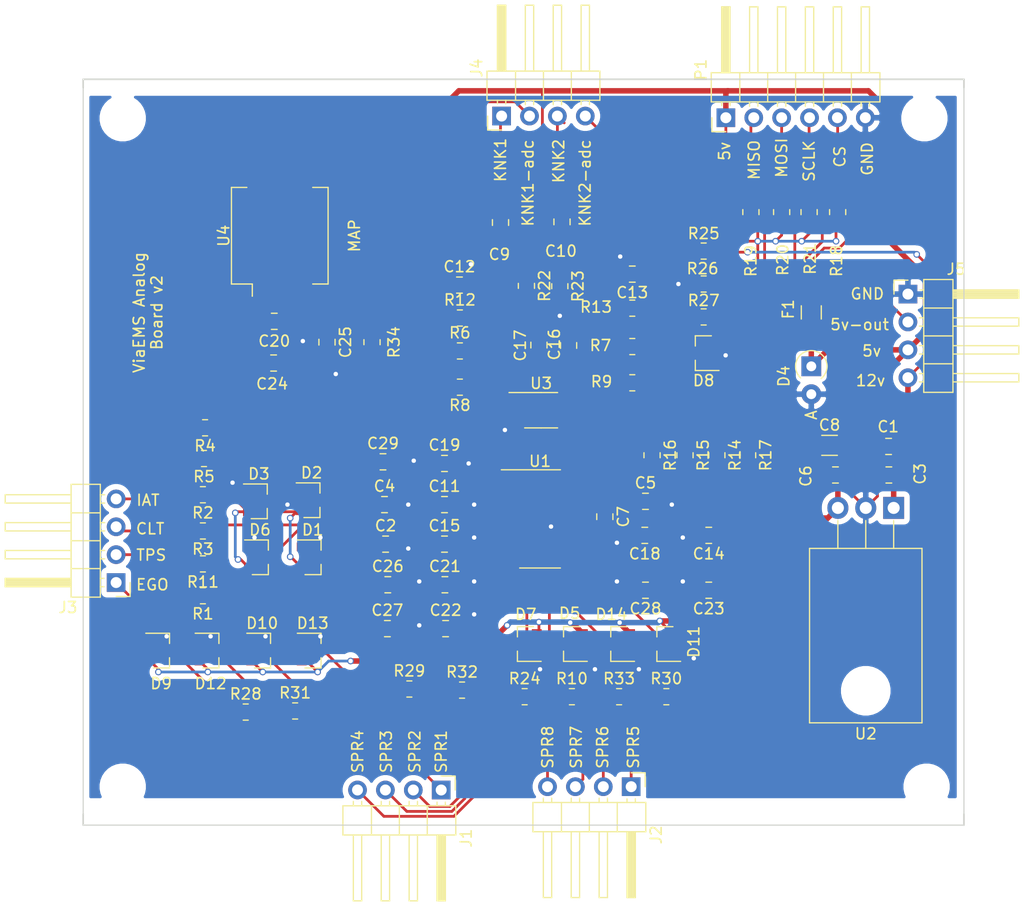
<source format=kicad_pcb>
(kicad_pcb (version 20171130) (host pcbnew 5.1.9+dfsg1-1)
  (layers (0 F.Cu signal) (31 B.Cu signal) (34 B.Paste user) (35 F.Paste user) (36 B.SilkS user) (37 F.SilkS user) (38 B.Mask user) (39 F.Mask user) (44 Edge.Cuts user))
  (net 0 "")
  (net 1 12v_analog)
  (net 2 GND)
  (net 3 CLT-in)
  (net 4 TPS-in)
  (net 5 CLT-adc)
  (net 6 TPS-adc)
  (net 7 5v_analog)
  (net 8 IAT-in)
  (net 9 EGO-in)
  (net 10 IAT-adc)
  (net 11 EGO-adc)
  (net 12 BRV-adc)
  (net 13 ADC_CLK)
  (net 14 ADC_MOSI)
  (net 15 ADC_MISO)
  (net 16 ADC_CS)
  (net 17 KNK1)
  (net 18 "Net-(C9-Pad1)")
  (net 19 KNK2)
  (net 20 "Net-(C10-Pad1)")
  (net 21 KNK1-adc)
  (net 22 KNK2-adc)
  (net 23 SPR7-adc)
  (net 24 SPR8-adc)
  (net 25 SPR1-adc)
  (net 26 SPR3-adc)
  (net 27 SPR5-adc)
  (net 28 "Net-(C25-Pad1)")
  (net 29 SPR2-adc)
  (net 30 SPR4-adc)
  (net 31 SPR6-adc)
  (net 32 MAP-adc)
  (net 33 5v_out)
  (net 34 SPR4-in)
  (net 35 SPR3-in)
  (net 36 SPR2-in)
  (net 37 SPR1-in)
  (net 38 SPR8-in)
  (net 39 SPR7-in)
  (net 40 SPR6-in)
  (net 41 SPR5-in)
  (net 42 "Net-(P1-Pad5)")
  (net 43 "Net-(P1-Pad4)")
  (net 44 "Net-(P1-Pad3)")
  (net 45 "Net-(P1-Pad2)")
  (net 46 "Net-(R6-Pad1)")
  (net 47 "Net-(R7-Pad1)")
  (net 48 "Net-(R12-Pad2)")
  (net 49 "Net-(R13-Pad2)")
  (net 50 2v5_knock)
  (net 51 "Net-(R25-Pad2)")
  (module Capacitor_SMD:C_1206_3216Metric_Pad1.33x1.80mm_HandSolder (layer F.Cu) (at 98.3625 134.6)
    (fp_text reference C8 (at 0 -1.85) (layer F.SilkS))
    (fp_text value "47 uF")
    (pad 2 smd roundrect (at 1.5625 0) (size 1.325 1.8) (layers F.Cu F.Paste F.Mask) (roundrect_rratio 0.1886784905660377) (net 2 GND))
    (pad 1 smd roundrect (at -1.5625 0) (size 1.325 1.8) (layers F.Cu F.Paste F.Mask) (roundrect_rratio 0.1886784905660377) (net 7 5v_analog))
  )
  (module MountingHole:MountingHole_3.2mm_M3 (layer F.Cu) (at 34 165.7)
    (fp_text reference REF** hide)
    (fp_text value MountingHole_3.2mm_M3)
    (pad 1 np_thru_hole circle (at 0 0) (size 3.2 3.2) (drill 3.2) (layers *.Cu *.Mask))
  )
  (module MountingHole:MountingHole_3.2mm_M3 (layer F.Cu) (at 107.2 165.7)
    (fp_text reference REF** hide)
    (fp_text value MountingHole_3.2mm_M3)
    (pad 1 np_thru_hole circle (at 0 0) (size 3.2 3.2) (drill 3.2) (layers *.Cu *.Mask))
  )
  (module MountingHole:MountingHole_3.2mm_M3 (layer F.Cu) (at 107 104.8)
    (fp_text reference REF** hide)
    (fp_text value MountingHole_3.2mm_M3)
    (pad 1 np_thru_hole circle (at 0 0) (size 3.2 3.2) (drill 3.2) (layers *.Cu *.Mask))
  )
  (module MountingHole:MountingHole_3.2mm_M3 (layer F.Cu) (at 34 104.8)
    (fp_text reference REF** hide)
    (fp_text value MountingHole_3.2mm_M3)
    (pad 1 np_thru_hole circle (at 0 0) (size 3.2 3.2) (drill 3.2) (layers *.Cu *.Mask))
  )
  (module Package_SO:MSOP-8_3x3mm_P0.65mm (layer F.Cu) (at 72.1 131.4)
    (fp_text reference U3 (at 0 -2.45) (layer F.SilkS))
    (fp_text value MCP6002-xSN)
    (pad 8 smd roundrect (at 2.1125 -0.975) (size 1.625 0.4) (layers F.Cu F.Paste F.Mask) (net 7 5v_analog))
    (pad 7 smd roundrect (at 2.1125 -0.325) (size 1.625 0.4) (layers F.Cu F.Paste F.Mask) (net 49 "Net-(R13-Pad2)"))
    (pad 6 smd roundrect (at 2.1125 0.325) (size 1.625 0.4) (layers F.Cu F.Paste F.Mask) (net 47 "Net-(R7-Pad1)"))
    (pad 5 smd roundrect (at 2.1125 0.975) (size 1.625 0.4) (layers F.Cu F.Paste F.Mask) (net 50 2v5_knock))
    (pad 4 smd roundrect (at -2.1125 0.975) (size 1.625 0.4) (layers F.Cu F.Paste F.Mask) (net 2 GND))
    (pad 3 smd roundrect (at -2.1125 0.325) (size 1.625 0.4) (layers F.Cu F.Paste F.Mask) (net 50 2v5_knock))
    (pad 2 smd roundrect (at -2.1125 -0.325) (size 1.625 0.4) (layers F.Cu F.Paste F.Mask) (net 46 "Net-(R6-Pad1)"))
    (pad 1 smd roundrect (at -2.1125 -0.975) (size 1.625 0.4) (layers F.Cu F.Paste F.Mask) (net 48 "Net-(R12-Pad2)"))
  )
  (module Resistor_SMD:R_0805_2012Metric_Pad1.20x1.40mm_HandSolder (layer F.Cu) (at 96.5 113.35 90)
    (fp_text reference R21 (at -4.25 0.1 270) (layer F.SilkS))
    (fp_text value 10k)
    (pad 2 smd roundrect (at 1 0 90) (size 1.2 1.4) (layers F.Cu F.Paste F.Mask) (roundrect_rratio 0.2083325) (net 43 "Net-(P1-Pad4)"))
    (pad 1 smd roundrect (at -1 0 90) (size 1.2 1.4) (layers F.Cu F.Paste F.Mask) (roundrect_rratio 0.2083325) (net 7 5v_analog))
  )
  (module Resistor_SMD:R_0805_2012Metric_Pad1.20x1.40mm_HandSolder (layer F.Cu) (at 94 113.35 90)
    (fp_text reference R20 (at -4.35 0.1 270) (layer F.SilkS))
    (fp_text value 10k)
    (pad 2 smd roundrect (at 1 0 90) (size 1.2 1.4) (layers F.Cu F.Paste F.Mask) (roundrect_rratio 0.2083325) (net 44 "Net-(P1-Pad3)"))
    (pad 1 smd roundrect (at -1 0 90) (size 1.2 1.4) (layers F.Cu F.Paste F.Mask) (roundrect_rratio 0.2083325) (net 7 5v_analog))
  )
  (module Connector_PinHeader_2.54mm:PinHeader_1x06_P2.54mm_Horizontal (layer F.Cu) (at 88.92 104.75 90)
    (fp_text reference P1 (at 4.385 -2.27 90) (layer F.SilkS))
    (fp_text value CONN_01X06)
    (pad 6 thru_hole oval (at 0 12.7 90) (size 1.7 1.7) (drill 1) (layers *.Cu *.Mask) (net 2 GND))
    (pad 5 thru_hole oval (at 0 10.16 90) (size 1.7 1.7) (drill 1) (layers *.Cu *.Mask) (net 42 "Net-(P1-Pad5)"))
    (pad 4 thru_hole oval (at 0 7.62 90) (size 1.7 1.7) (drill 1) (layers *.Cu *.Mask) (net 43 "Net-(P1-Pad4)"))
    (pad 3 thru_hole oval (at 0 5.08 90) (size 1.7 1.7) (drill 1) (layers *.Cu *.Mask) (net 44 "Net-(P1-Pad3)"))
    (pad 2 thru_hole oval (at 0 2.54 90) (size 1.7 1.7) (drill 1) (layers *.Cu *.Mask) (net 45 "Net-(P1-Pad2)"))
    (pad 1 thru_hole rect (at 0 0 90) (size 1.7 1.7) (drill 1) (layers *.Cu *.Mask) (net 7 5v_analog))
  )
  (module Resistor_SMD:R_0805_2012Metric_Pad1.20x1.40mm_HandSolder (layer F.Cu) (at 99.1 113.35 90)
    (fp_text reference R18 (at -4.45 -0.1 270) (layer F.SilkS))
    (fp_text value 10k)
    (pad 2 smd roundrect (at 1 0 90) (size 1.2 1.4) (layers F.Cu F.Paste F.Mask) (roundrect_rratio 0.2083325) (net 42 "Net-(P1-Pad5)"))
    (pad 1 smd roundrect (at -1 0 90) (size 1.2 1.4) (layers F.Cu F.Paste F.Mask) (roundrect_rratio 0.2083325) (net 7 5v_analog))
  )
  (module Resistor_SMD:R_0805_2012Metric_Pad1.20x1.40mm_HandSolder (layer F.Cu) (at 91.2 113.35 90)
    (fp_text reference R19 (at -4.45 0 270) (layer F.SilkS))
    (fp_text value 10k)
    (pad 2 smd roundrect (at 1 0 90) (size 1.2 1.4) (layers F.Cu F.Paste F.Mask) (roundrect_rratio 0.2083325) (net 45 "Net-(P1-Pad2)"))
    (pad 1 smd roundrect (at -1 0 90) (size 1.2 1.4) (layers F.Cu F.Paste F.Mask) (roundrect_rratio 0.2083325) (net 7 5v_analog))
  )
  (module Diode_THT:D_A-405_P2.54mm_Vertical_AnodeUp (layer F.Cu) (at 96.7 127.4 270)
    (fp_text reference D4 (at 0.9 2.5 90) (layer F.SilkS))
    (fp_text value "5.4 V")
    (fp_text user A (at 4.44 0 90) (layer F.SilkS))
    (pad 2 thru_hole oval (at 2.54 0 270) (size 1.8 1.8) (drill 0.9) (layers *.Cu *.Mask) (net 2 GND))
    (pad 1 thru_hole rect (at 0 0 270) (size 1.8 1.8) (drill 0.9) (layers *.Cu *.Mask) (net 7 5v_analog))
  )
  (module Fuse:Fuse_1206_3216Metric_Pad1.42x1.75mm_HandSolder (layer F.Cu) (at 96.7 122.4875 270)
    (fp_text reference F1 (at -0.2875 2.1 90) (layer F.SilkS))
    (fp_text value "500 mA")
    (pad 2 smd roundrect (at 1.4875 0 270) (size 1.425 1.75) (layers F.Cu F.Paste F.Mask) (roundrect_rratio 0.1754385964912281) (net 7 5v_analog))
    (pad 1 smd roundrect (at -1.4875 0 270) (size 1.425 1.75) (layers F.Cu F.Paste F.Mask) (roundrect_rratio 0.1754385964912281) (net 33 5v_out))
  )
  (module Resistor_SMD:R_0805_2012Metric_Pad1.20x1.40mm_HandSolder (layer F.Cu) (at 64.7 126)
    (fp_text reference R6 (at 0 -1.65) (layer F.SilkS))
    (fp_text value 1000)
    (pad 1 smd roundrect (at -1 0) (size 1.2 1.4) (layers F.Cu F.Paste F.Mask) (roundrect_rratio 0.2083325) (net 46 "Net-(R6-Pad1)"))
    (pad 2 smd roundrect (at 1 0) (size 1.2 1.4) (layers F.Cu F.Paste F.Mask) (roundrect_rratio 0.2083325) (net 18 "Net-(C9-Pad1)"))
  )
  (module Package_TO_SOT_SMD:SOT-23 (layer F.Cu) (at 46.7 153.3)
    (fp_text reference D10 (at 0 -2.5) (layer F.SilkS))
    (fp_text value BAT54S)
    (pad 3 smd rect (at 1 0) (size 0.9 0.8) (layers F.Cu F.Paste F.Mask) (net 26 SPR3-adc))
    (pad 2 smd rect (at -1 0.95) (size 0.9 0.8) (layers F.Cu F.Paste F.Mask) (net 7 5v_analog))
    (pad 1 smd rect (at -1 -0.95) (size 0.9 0.8) (layers F.Cu F.Paste F.Mask) (net 2 GND))
  )
  (module Package_TO_SOT_SMD:SOT-23 (layer F.Cu) (at 51.3 144.8)
    (fp_text reference D1 (at 0 -2.5) (layer F.SilkS))
    (fp_text value BAT54S)
    (pad 3 smd rect (at 1 0) (size 0.9 0.8) (layers F.Cu F.Paste F.Mask) (net 11 EGO-adc))
    (pad 2 smd rect (at -1 0.95) (size 0.9 0.8) (layers F.Cu F.Paste F.Mask) (net 7 5v_analog))
    (pad 1 smd rect (at -1 -0.95) (size 0.9 0.8) (layers F.Cu F.Paste F.Mask) (net 2 GND))
  )
  (module Package_TO_SOT_SMD:SOT-23 (layer F.Cu) (at 51.3 153.3)
    (fp_text reference D13 (at 0 -2.5) (layer F.SilkS))
    (fp_text value BAT54S)
    (pad 3 smd rect (at 1 0) (size 0.9 0.8) (layers F.Cu F.Paste F.Mask) (net 30 SPR4-adc))
    (pad 2 smd rect (at -1 0.95) (size 0.9 0.8) (layers F.Cu F.Paste F.Mask) (net 7 5v_analog))
    (pad 1 smd rect (at -1 -0.95) (size 0.9 0.8) (layers F.Cu F.Paste F.Mask) (net 2 GND))
  )
  (module Package_TO_SOT_SMD:SOT-23 (layer F.Cu) (at 42 153.3)
    (fp_text reference D12 (at 0 3) (layer F.SilkS))
    (fp_text value BAT54S)
    (pad 3 smd rect (at 1 0) (size 0.9 0.8) (layers F.Cu F.Paste F.Mask) (net 29 SPR2-adc))
    (pad 2 smd rect (at -1 0.95) (size 0.9 0.8) (layers F.Cu F.Paste F.Mask) (net 7 5v_analog))
    (pad 1 smd rect (at -1 -0.95) (size 0.9 0.8) (layers F.Cu F.Paste F.Mask) (net 2 GND))
  )
  (module Package_TO_SOT_SMD:SOT-23 (layer F.Cu) (at 79.2 152.7 180)
    (fp_text reference D14 (at 0.7 2.7) (layer F.SilkS))
    (fp_text value BAT54S)
    (pad 3 smd rect (at 1 0 180) (size 0.9 0.8) (layers F.Cu F.Paste F.Mask) (net 31 SPR6-adc))
    (pad 2 smd rect (at -1 0.95 180) (size 0.9 0.8) (layers F.Cu F.Paste F.Mask) (net 7 5v_analog))
    (pad 1 smd rect (at -1 -0.95 180) (size 0.9 0.8) (layers F.Cu F.Paste F.Mask) (net 2 GND))
  )
  (module Sensor_Pressure:Freescale_98ARH99089A (layer F.Cu) (at 48.3 115.5 90)
    (fp_text reference U4 (at 0 -5.1 90) (layer F.SilkS))
    (fp_text value MPXA6400A)
    (pad 7 smd rect (at 4.9149 -0.635 90) (size 1.35 0.7) (layers F.Cu F.Paste F.Mask))
    (pad 6 smd rect (at 4.9149 0.635 90) (size 1.35 0.7) (layers F.Cu F.Paste F.Mask))
    (pad 5 smd rect (at 4.9149 1.905 90) (size 1.35 0.7) (layers F.Cu F.Paste F.Mask))
    (pad 8 smd rect (at 4.9149 -1.905 90) (size 1.35 0.7) (layers F.Cu F.Paste F.Mask))
    (pad 1 smd rect (at -4.9149 -1.905 90) (size 1.35 0.7) (layers F.Cu F.Paste F.Mask))
    (pad 2 smd rect (at -4.9149 -0.635 90) (size 1.35 0.7) (layers F.Cu F.Paste F.Mask) (net 7 5v_analog))
    (pad 3 smd rect (at -4.9149 0.635 90) (size 1.35 0.7) (layers F.Cu F.Paste F.Mask) (net 2 GND))
    (pad 4 smd rect (at -4.9149 1.905 90) (size 1.35 0.7) (layers F.Cu F.Paste F.Mask) (net 28 "Net-(C25-Pad1)"))
  )
  (module Package_TO_SOT_THT:TO-220-3_Horizontal_TabDown (layer F.Cu) (at 104.2 140.3 180)
    (fp_text reference U2 (at 2.54 -20.58) (layer F.SilkS))
    (fp_text value LM2940)
    (pad 3 thru_hole oval (at 5.08 0 180) (size 1.905 2) (drill 1.1) (layers *.Cu *.Mask) (net 7 5v_analog))
    (pad 2 thru_hole oval (at 2.54 0 180) (size 1.905 2) (drill 1.1) (layers *.Cu *.Mask) (net 2 GND))
    (pad 1 thru_hole rect (at 0 0 180) (size 1.905 2) (drill 1.1) (layers *.Cu *.Mask) (net 1 12v_analog))
    (pad "" np_thru_hole oval (at 2.54 -16.66 180) (size 3.5 3.5) (drill 3.5) (layers *.Cu *.Mask))
  )
  (module Package_SO:QSOP-24_3.9x8.7mm_P0.635mm (layer F.Cu) (at 72 141.3)
    (fp_text reference U1 (at 0 -5.25) (layer F.SilkS))
    (fp_text value MAX11632)
    (pad 24 smd rect (at 2.6543 -3.4925) (size 1.6 0.41) (layers F.Cu F.Paste F.Mask))
    (pad 23 smd rect (at 2.6543 -2.8575) (size 1.6 0.41) (layers F.Cu F.Paste F.Mask) (net 15 ADC_MISO))
    (pad 22 smd rect (at 2.6543 -2.2225) (size 1.6 0.41) (layers F.Cu F.Paste F.Mask) (net 14 ADC_MOSI))
    (pad 21 smd rect (at 2.6543 -1.5875) (size 1.6 0.41) (layers F.Cu F.Paste F.Mask) (net 13 ADC_CLK))
    (pad 16 smd rect (at 2.6543 1.5875) (size 1.6 0.41) (layers F.Cu F.Paste F.Mask) (net 24 SPR8-adc))
    (pad 15 smd rect (at 2.6543 2.2225) (size 1.6 0.41) (layers F.Cu F.Paste F.Mask) (net 23 SPR7-adc))
    (pad 14 smd rect (at 2.6543 2.8575) (size 1.6 0.41) (layers F.Cu F.Paste F.Mask) (net 31 SPR6-adc))
    (pad 13 smd rect (at 2.6543 3.4925) (size 1.6 0.41) (layers F.Cu F.Paste F.Mask) (net 27 SPR5-adc))
    (pad 12 smd rect (at -2.6543 3.4925) (size 1.6 0.41) (layers F.Cu F.Paste F.Mask) (net 30 SPR4-adc))
    (pad 11 smd rect (at -2.6543 2.8575) (size 1.6 0.41) (layers F.Cu F.Paste F.Mask) (net 26 SPR3-adc))
    (pad 10 smd rect (at -2.6543 2.2225) (size 1.6 0.41) (layers F.Cu F.Paste F.Mask) (net 29 SPR2-adc))
    (pad 9 smd rect (at -2.6543 1.5875) (size 1.6 0.41) (layers F.Cu F.Paste F.Mask) (net 25 SPR1-adc))
    (pad 4 smd rect (at -2.6543 -1.5875) (size 1.6 0.41) (layers F.Cu F.Paste F.Mask) (net 32 MAP-adc))
    (pad 3 smd rect (at -2.6543 -2.2225) (size 1.6 0.41) (layers F.Cu F.Paste F.Mask) (net 12 BRV-adc))
    (pad 2 smd rect (at -2.6543 -2.8575) (size 1.6 0.41) (layers F.Cu F.Paste F.Mask) (net 22 KNK2-adc))
    (pad 1 smd rect (at -2.6543 -3.4925) (size 1.6 0.41) (layers F.Cu F.Paste F.Mask) (net 21 KNK1-adc))
    (pad 5 smd rect (at -2.6543 -0.9525) (size 1.6 0.41) (layers F.Cu F.Paste F.Mask) (net 10 IAT-adc))
    (pad 6 smd rect (at -2.6543 -0.3175) (size 1.6 0.41) (layers F.Cu F.Paste F.Mask) (net 5 CLT-adc))
    (pad 19 smd rect (at 2.6543 -0.3175) (size 1.6 0.41) (layers F.Cu F.Paste F.Mask) (net 7 5v_analog))
    (pad 20 smd rect (at 2.6543 -0.9525) (size 1.6 0.41) (layers F.Cu F.Paste F.Mask) (net 16 ADC_CS))
    (pad 7 smd rect (at -2.6543 0.3175) (size 1.6 0.41) (layers F.Cu F.Paste F.Mask) (net 6 TPS-adc))
    (pad 8 smd rect (at -2.6543 0.9525) (size 1.6 0.41) (layers F.Cu F.Paste F.Mask) (net 11 EGO-adc))
    (pad 18 smd rect (at 2.6543 0.3175) (size 1.6 0.41) (layers F.Cu F.Paste F.Mask) (net 2 GND))
    (pad 17 smd rect (at 2.6543 0.9525) (size 1.6 0.41) (layers F.Cu F.Paste F.Mask) (net 7 5v_analog))
  )
  (module Resistor_SMD:R_0805_2012Metric_Pad1.20x1.40mm_HandSolder (layer F.Cu) (at 56.7 125.2 90)
    (fp_text reference R34 (at 0 2 90) (layer F.SilkS))
    (fp_text value 220)
    (pad 2 smd roundrect (at 1 0 90) (size 1.2 1.4) (layers F.Cu F.Paste F.Mask) (roundrect_rratio 0.2083325) (net 28 "Net-(C25-Pad1)"))
    (pad 1 smd roundrect (at -1 0 90) (size 1.2 1.4) (layers F.Cu F.Paste F.Mask) (roundrect_rratio 0.2083325) (net 32 MAP-adc))
  )
  (module Resistor_SMD:R_0805_2012Metric_Pad1.20x1.40mm_HandSolder (layer F.Cu) (at 79.2 157.5)
    (fp_text reference R33 (at 0 -1.65) (layer F.SilkS))
    (fp_text value 220)
    (pad 2 smd roundrect (at 1 0) (size 1.2 1.4) (layers F.Cu F.Paste F.Mask) (roundrect_rratio 0.2083325) (net 40 SPR6-in))
    (pad 1 smd roundrect (at -1 0) (size 1.2 1.4) (layers F.Cu F.Paste F.Mask) (roundrect_rratio 0.2083325) (net 31 SPR6-adc))
  )
  (module Resistor_SMD:R_0805_2012Metric_Pad1.20x1.40mm_HandSolder (layer F.Cu) (at 64.9 156.9)
    (fp_text reference R32 (at 0 -1.65) (layer F.SilkS))
    (fp_text value 220)
    (pad 2 smd roundrect (at 1 0) (size 1.2 1.4) (layers F.Cu F.Paste F.Mask) (roundrect_rratio 0.2083325) (net 34 SPR4-in))
    (pad 1 smd roundrect (at -1 0) (size 1.2 1.4) (layers F.Cu F.Paste F.Mask) (roundrect_rratio 0.2083325) (net 30 SPR4-adc))
  )
  (module Resistor_SMD:R_0805_2012Metric_Pad1.20x1.40mm_HandSolder (layer F.Cu) (at 49.7 158.8)
    (fp_text reference R31 (at 0 -1.65) (layer F.SilkS))
    (fp_text value 220)
    (pad 2 smd roundrect (at 1 0) (size 1.2 1.4) (layers F.Cu F.Paste F.Mask) (roundrect_rratio 0.2083325) (net 36 SPR2-in))
    (pad 1 smd roundrect (at -1 0) (size 1.2 1.4) (layers F.Cu F.Paste F.Mask) (roundrect_rratio 0.2083325) (net 29 SPR2-adc))
  )
  (module Resistor_SMD:R_0805_2012Metric_Pad1.20x1.40mm_HandSolder (layer F.Cu) (at 83.5 157.5)
    (fp_text reference R30 (at 0 -1.65) (layer F.SilkS))
    (fp_text value 220)
    (pad 2 smd roundrect (at 1 0) (size 1.2 1.4) (layers F.Cu F.Paste F.Mask) (roundrect_rratio 0.2083325) (net 41 SPR5-in))
    (pad 1 smd roundrect (at -1 0) (size 1.2 1.4) (layers F.Cu F.Paste F.Mask) (roundrect_rratio 0.2083325) (net 27 SPR5-adc))
  )
  (module Resistor_SMD:R_0805_2012Metric_Pad1.20x1.40mm_HandSolder (layer F.Cu) (at 60.1 156.8)
    (fp_text reference R29 (at 0 -1.65) (layer F.SilkS))
    (fp_text value 220)
    (pad 2 smd roundrect (at 1 0) (size 1.2 1.4) (layers F.Cu F.Paste F.Mask) (roundrect_rratio 0.2083325) (net 35 SPR3-in))
    (pad 1 smd roundrect (at -1 0) (size 1.2 1.4) (layers F.Cu F.Paste F.Mask) (roundrect_rratio 0.2083325) (net 26 SPR3-adc))
  )
  (module Resistor_SMD:R_0805_2012Metric_Pad1.20x1.40mm_HandSolder (layer F.Cu) (at 45.2 158.9)
    (fp_text reference R28 (at 0 -1.65) (layer F.SilkS))
    (fp_text value 220)
    (pad 2 smd roundrect (at 1 0) (size 1.2 1.4) (layers F.Cu F.Paste F.Mask) (roundrect_rratio 0.2083325) (net 37 SPR1-in))
    (pad 1 smd roundrect (at -1 0) (size 1.2 1.4) (layers F.Cu F.Paste F.Mask) (roundrect_rratio 0.2083325) (net 25 SPR1-adc))
  )
  (module Resistor_SMD:R_0805_2012Metric_Pad1.20x1.40mm_HandSolder (layer F.Cu) (at 86.9 122.9)
    (fp_text reference R27 (at 0 -1.5 180) (layer F.SilkS))
    (fp_text value 220)
    (pad 2 smd roundrect (at 1 0) (size 1.2 1.4) (layers F.Cu F.Paste F.Mask) (roundrect_rratio 0.2083325) (net 51 "Net-(R25-Pad2)"))
    (pad 1 smd roundrect (at -1 0) (size 1.2 1.4) (layers F.Cu F.Paste F.Mask) (roundrect_rratio 0.2083325) (net 12 BRV-adc))
  )
  (module Resistor_SMD:R_0805_2012Metric_Pad1.20x1.40mm_HandSolder (layer F.Cu) (at 86.9 119.9 180)
    (fp_text reference R26 (at 0.1 1.4) (layer F.SilkS))
    (fp_text value 1k)
    (pad 2 smd roundrect (at 1 0 180) (size 1.2 1.4) (layers F.Cu F.Paste F.Mask) (roundrect_rratio 0.2083325) (net 2 GND))
    (pad 1 smd roundrect (at -1 0 180) (size 1.2 1.4) (layers F.Cu F.Paste F.Mask) (roundrect_rratio 0.2083325) (net 51 "Net-(R25-Pad2)"))
  )
  (module Resistor_SMD:R_0805_2012Metric_Pad1.20x1.40mm_HandSolder (layer F.Cu) (at 86.9 116.9 180)
    (fp_text reference R25 (at 0 1.6) (layer F.SilkS))
    (fp_text value 3.9k)
    (pad 2 smd roundrect (at 1 0 180) (size 1.2 1.4) (layers F.Cu F.Paste F.Mask) (roundrect_rratio 0.2083325) (net 51 "Net-(R25-Pad2)"))
    (pad 1 smd roundrect (at -1 0 180) (size 1.2 1.4) (layers F.Cu F.Paste F.Mask) (roundrect_rratio 0.2083325) (net 1 12v_analog))
  )
  (module Resistor_SMD:R_0805_2012Metric_Pad1.20x1.40mm_HandSolder (layer F.Cu) (at 70.6 157.5)
    (fp_text reference R24 (at 0 -1.65) (layer F.SilkS))
    (fp_text value 220)
    (pad 2 smd roundrect (at 1 0) (size 1.2 1.4) (layers F.Cu F.Paste F.Mask) (roundrect_rratio 0.2083325) (net 38 SPR8-in))
    (pad 1 smd roundrect (at -1 0) (size 1.2 1.4) (layers F.Cu F.Paste F.Mask) (roundrect_rratio 0.2083325) (net 24 SPR8-adc))
  )
  (module Resistor_SMD:R_0805_2012Metric_Pad1.20x1.40mm_HandSolder (layer F.Cu) (at 73.8 120.1 270)
    (fp_text reference R23 (at 0 -1.65 90) (layer F.SilkS))
    (fp_text value 1000)
    (pad 2 smd roundrect (at 1 0 270) (size 1.2 1.4) (layers F.Cu F.Paste F.Mask) (roundrect_rratio 0.2083325) (net 2 GND))
    (pad 1 smd roundrect (at -1 0 270) (size 1.2 1.4) (layers F.Cu F.Paste F.Mask) (roundrect_rratio 0.2083325) (net 50 2v5_knock))
  )
  (module Resistor_SMD:R_0805_2012Metric_Pad1.20x1.40mm_HandSolder (layer F.Cu) (at 70.76 120.07 270)
    (fp_text reference R22 (at 0 -1.65 90) (layer F.SilkS))
    (fp_text value 1000)
    (pad 2 smd roundrect (at 1 0 270) (size 1.2 1.4) (layers F.Cu F.Paste F.Mask) (roundrect_rratio 0.2083325) (net 50 2v5_knock))
    (pad 1 smd roundrect (at -1 0 270) (size 1.2 1.4) (layers F.Cu F.Paste F.Mask) (roundrect_rratio 0.2083325) (net 7 5v_analog))
  )
  (module Resistor_SMD:R_0805_2012Metric_Pad1.20x1.40mm_HandSolder (layer F.Cu) (at 90.9 135.5 270)
    (fp_text reference R17 (at 0 -1.65 90) (layer F.SilkS))
    (fp_text value 100)
    (pad 2 smd roundrect (at 1 0 270) (size 1.2 1.4) (layers F.Cu F.Paste F.Mask) (roundrect_rratio 0.2083325) (net 16 ADC_CS))
    (pad 1 smd roundrect (at -1 0 270) (size 1.2 1.4) (layers F.Cu F.Paste F.Mask) (roundrect_rratio 0.2083325) (net 42 "Net-(P1-Pad5)"))
  )
  (module Resistor_SMD:R_0805_2012Metric_Pad1.20x1.40mm_HandSolder (layer F.Cu) (at 82.2 135.5 270)
    (fp_text reference R16 (at 0 -1.65 90) (layer F.SilkS))
    (fp_text value 100)
    (pad 2 smd roundrect (at 1 0 270) (size 1.2 1.4) (layers F.Cu F.Paste F.Mask) (roundrect_rratio 0.2083325) (net 15 ADC_MISO))
    (pad 1 smd roundrect (at -1 0 270) (size 1.2 1.4) (layers F.Cu F.Paste F.Mask) (roundrect_rratio 0.2083325) (net 45 "Net-(P1-Pad2)"))
  )
  (module Resistor_SMD:R_0805_2012Metric_Pad1.20x1.40mm_HandSolder (layer F.Cu) (at 85.2 135.5 270)
    (fp_text reference R15 (at 0 -1.65 90) (layer F.SilkS))
    (fp_text value 100)
    (pad 2 smd roundrect (at 1 0 270) (size 1.2 1.4) (layers F.Cu F.Paste F.Mask) (roundrect_rratio 0.2083325) (net 14 ADC_MOSI))
    (pad 1 smd roundrect (at -1 0 270) (size 1.2 1.4) (layers F.Cu F.Paste F.Mask) (roundrect_rratio 0.2083325) (net 44 "Net-(P1-Pad3)"))
  )
  (module Resistor_SMD:R_0805_2012Metric_Pad1.20x1.40mm_HandSolder (layer F.Cu) (at 88.1 135.5 270)
    (fp_text reference R14 (at 0 -1.65 90) (layer F.SilkS))
    (fp_text value 100)
    (pad 2 smd roundrect (at 1 0 270) (size 1.2 1.4) (layers F.Cu F.Paste F.Mask) (roundrect_rratio 0.2083325) (net 13 ADC_CLK))
    (pad 1 smd roundrect (at -1 0 270) (size 1.2 1.4) (layers F.Cu F.Paste F.Mask) (roundrect_rratio 0.2083325) (net 43 "Net-(P1-Pad4)"))
  )
  (module Resistor_SMD:R_0805_2012Metric_Pad1.20x1.40mm_HandSolder (layer F.Cu) (at 80.4 122.1 180)
    (fp_text reference R13 (at 3.3 0.1) (layer F.SilkS))
    (fp_text value 120)
    (pad 2 smd roundrect (at 1 0 180) (size 1.2 1.4) (layers F.Cu F.Paste F.Mask) (roundrect_rratio 0.2083325) (net 49 "Net-(R13-Pad2)"))
    (pad 1 smd roundrect (at -1 0 180) (size 1.2 1.4) (layers F.Cu F.Paste F.Mask) (roundrect_rratio 0.2083325) (net 22 KNK2-adc))
  )
  (module Resistor_SMD:R_0805_2012Metric_Pad1.20x1.40mm_HandSolder (layer F.Cu) (at 64.7 123)
    (fp_text reference R12 (at 0 -1.65) (layer F.SilkS))
    (fp_text value 120)
    (pad 1 smd roundrect (at -1 0) (size 1.2 1.4) (layers F.Cu F.Paste F.Mask) (roundrect_rratio 0.2083325) (net 21 KNK1-adc))
    (pad 2 smd roundrect (at 1 0) (size 1.2 1.4) (layers F.Cu F.Paste F.Mask) (roundrect_rratio 0.2083325) (net 48 "Net-(R12-Pad2)"))
  )
  (module Resistor_SMD:R_0805_2012Metric_Pad1.20x1.40mm_HandSolder (layer F.Cu) (at 41.3 145.4 180)
    (fp_text reference R11 (at 0 -1.65) (layer F.SilkS))
    (fp_text value 220)
    (pad 2 smd roundrect (at 1 0 180) (size 1.2 1.4) (layers F.Cu F.Paste F.Mask) (roundrect_rratio 0.2083325) (net 4 TPS-in))
    (pad 1 smd roundrect (at -1 0 180) (size 1.2 1.4) (layers F.Cu F.Paste F.Mask) (roundrect_rratio 0.2083325) (net 6 TPS-adc))
  )
  (module Resistor_SMD:R_0805_2012Metric_Pad1.20x1.40mm_HandSolder (layer F.Cu) (at 74.9 157.5)
    (fp_text reference R10 (at 0 -1.65) (layer F.SilkS))
    (fp_text value 220)
    (pad 2 smd roundrect (at 1 0) (size 1.2 1.4) (layers F.Cu F.Paste F.Mask) (roundrect_rratio 0.2083325) (net 39 SPR7-in))
    (pad 1 smd roundrect (at -1 0) (size 1.2 1.4) (layers F.Cu F.Paste F.Mask) (roundrect_rratio 0.2083325) (net 23 SPR7-adc))
  )
  (module Resistor_SMD:R_0805_2012Metric_Pad1.20x1.40mm_HandSolder (layer F.Cu) (at 80.4 128.9)
    (fp_text reference R9 (at -2.8 -0.1) (layer F.SilkS))
    (fp_text value 330)
    (pad 2 smd roundrect (at 1 0) (size 1.2 1.4) (layers F.Cu F.Paste F.Mask) (roundrect_rratio 0.2083325) (net 47 "Net-(R7-Pad1)"))
    (pad 1 smd roundrect (at -1 0) (size 1.2 1.4) (layers F.Cu F.Paste F.Mask) (roundrect_rratio 0.2083325) (net 49 "Net-(R13-Pad2)"))
  )
  (module Resistor_SMD:R_0805_2012Metric_Pad1.20x1.40mm_HandSolder (layer F.Cu) (at 64.7 129.3 180)
    (fp_text reference R8 (at 0 -1.65) (layer F.SilkS))
    (fp_text value 330)
    (pad 1 smd roundrect (at -1 0 180) (size 1.2 1.4) (layers F.Cu F.Paste F.Mask) (roundrect_rratio 0.2083325) (net 48 "Net-(R12-Pad2)"))
    (pad 2 smd roundrect (at 1 0 180) (size 1.2 1.4) (layers F.Cu F.Paste F.Mask) (roundrect_rratio 0.2083325) (net 46 "Net-(R6-Pad1)"))
  )
  (module Resistor_SMD:R_0805_2012Metric_Pad1.20x1.40mm_HandSolder (layer F.Cu) (at 80.4 125.6 180)
    (fp_text reference R7 (at 2.9 0.1) (layer F.SilkS))
    (fp_text value 1000)
    (pad 2 smd roundrect (at 1 0 180) (size 1.2 1.4) (layers F.Cu F.Paste F.Mask) (roundrect_rratio 0.2083325) (net 20 "Net-(C10-Pad1)"))
    (pad 1 smd roundrect (at -1 0 180) (size 1.2 1.4) (layers F.Cu F.Paste F.Mask) (roundrect_rratio 0.2083325) (net 47 "Net-(R7-Pad1)"))
  )
  (module Resistor_SMD:R_0805_2012Metric_Pad1.20x1.40mm_HandSolder (layer F.Cu) (at 41.4 135.8 180)
    (fp_text reference R5 (at 0 -1.65) (layer F.SilkS))
    (fp_text value 220)
    (pad 2 smd roundrect (at 1 0 180) (size 1.2 1.4) (layers F.Cu F.Paste F.Mask) (roundrect_rratio 0.2083325) (net 8 IAT-in))
    (pad 1 smd roundrect (at -1 0 180) (size 1.2 1.4) (layers F.Cu F.Paste F.Mask) (roundrect_rratio 0.2083325) (net 10 IAT-adc))
  )
  (module Resistor_SMD:R_0805_2012Metric_Pad1.20x1.40mm_HandSolder (layer F.Cu) (at 41.5 133 180)
    (fp_text reference R4 (at 0 -1.65) (layer F.SilkS))
    (fp_text value 2.49k)
    (pad 2 smd roundrect (at 1 0 180) (size 1.2 1.4) (layers F.Cu F.Paste F.Mask) (roundrect_rratio 0.2083325) (net 8 IAT-in))
    (pad 1 smd roundrect (at -1 0 180) (size 1.2 1.4) (layers F.Cu F.Paste F.Mask) (roundrect_rratio 0.2083325) (net 7 5v_analog))
  )
  (module Resistor_SMD:R_0805_2012Metric_Pad1.20x1.40mm_HandSolder (layer F.Cu) (at 41.3 142.4 180)
    (fp_text reference R3 (at 0 -1.65) (layer F.SilkS))
    (fp_text value 220)
    (pad 2 smd roundrect (at 1 0 180) (size 1.2 1.4) (layers F.Cu F.Paste F.Mask) (roundrect_rratio 0.2083325) (net 3 CLT-in))
    (pad 1 smd roundrect (at -1 0 180) (size 1.2 1.4) (layers F.Cu F.Paste F.Mask) (roundrect_rratio 0.2083325) (net 5 CLT-adc))
  )
  (module Resistor_SMD:R_0805_2012Metric_Pad1.20x1.40mm_HandSolder (layer F.Cu) (at 41.3 139.1 180)
    (fp_text reference R2 (at 0 -1.65) (layer F.SilkS))
    (fp_text value 2.49k)
    (pad 2 smd roundrect (at 1 0 180) (size 1.2 1.4) (layers F.Cu F.Paste F.Mask) (roundrect_rratio 0.2083325) (net 3 CLT-in))
    (pad 1 smd roundrect (at -1 0 180) (size 1.2 1.4) (layers F.Cu F.Paste F.Mask) (roundrect_rratio 0.2083325) (net 7 5v_analog))
  )
  (module Resistor_SMD:R_0805_2012Metric_Pad1.20x1.40mm_HandSolder (layer F.Cu) (at 41.3 148.3 180)
    (fp_text reference R1 (at 0 -1.65) (layer F.SilkS))
    (fp_text value 220)
    (pad 2 smd roundrect (at 1 0 180) (size 1.2 1.4) (layers F.Cu F.Paste F.Mask) (roundrect_rratio 0.2083325) (net 9 EGO-in))
    (pad 1 smd roundrect (at -1 0 180) (size 1.2 1.4) (layers F.Cu F.Paste F.Mask) (roundrect_rratio 0.2083325) (net 11 EGO-adc))
  )
  (module Connector_PinHeader_2.54mm:PinHeader_1x04_P2.54mm_Horizontal (layer F.Cu) (at 105.5 120.82)
    (fp_text reference J5 (at 4.385 -2.27) (layer F.SilkS))
    (fp_text value POWER)
    (pad 4 thru_hole oval (at 0 7.62) (size 1.7 1.7) (drill 1) (layers *.Cu *.Mask) (net 1 12v_analog))
    (pad 3 thru_hole oval (at 0 5.08) (size 1.7 1.7) (drill 1) (layers *.Cu *.Mask) (net 7 5v_analog))
    (pad 2 thru_hole oval (at 0 2.54) (size 1.7 1.7) (drill 1) (layers *.Cu *.Mask) (net 33 5v_out))
    (pad 1 thru_hole rect (at 0 0) (size 1.7 1.7) (drill 1) (layers *.Cu *.Mask) (net 2 GND))
  )
  (module Connector_PinHeader_2.54mm:PinHeader_1x04_P2.54mm_Horizontal (layer F.Cu) (at 68.5 104.6 90)
    (fp_text reference J4 (at 4.385 -2.27 90) (layer F.SilkS))
    (fp_text value KNOCK)
    (pad 4 thru_hole oval (at 0 7.62 90) (size 1.7 1.7) (drill 1) (layers *.Cu *.Mask) (net 22 KNK2-adc))
    (pad 3 thru_hole oval (at 0 5.08 90) (size 1.7 1.7) (drill 1) (layers *.Cu *.Mask) (net 19 KNK2))
    (pad 2 thru_hole oval (at 0 2.54 90) (size 1.7 1.7) (drill 1) (layers *.Cu *.Mask) (net 21 KNK1-adc))
    (pad 1 thru_hole rect (at 0 0 90) (size 1.7 1.7) (drill 1) (layers *.Cu *.Mask) (net 17 KNK1))
  )
  (module Connector_PinHeader_2.54mm:PinHeader_1x04_P2.54mm_Horizontal (layer F.Cu) (at 33.4 147.1 180)
    (fp_text reference J3 (at 4.385 -2.27) (layer F.SilkS))
    (fp_text value MAIN)
    (pad 4 thru_hole oval (at 0 7.62 180) (size 1.7 1.7) (drill 1) (layers *.Cu *.Mask) (net 8 IAT-in))
    (pad 3 thru_hole oval (at 0 5.08 180) (size 1.7 1.7) (drill 1) (layers *.Cu *.Mask) (net 3 CLT-in))
    (pad 2 thru_hole oval (at 0 2.54 180) (size 1.7 1.7) (drill 1) (layers *.Cu *.Mask) (net 4 TPS-in))
    (pad 1 thru_hole rect (at 0 0 180) (size 1.7 1.7) (drill 1) (layers *.Cu *.Mask) (net 9 EGO-in))
  )
  (module Connector_PinHeader_2.54mm:PinHeader_1x04_P2.54mm_Horizontal (layer F.Cu) (at 80.3 165.7 270)
    (fp_text reference J2 (at 4.385 -2.27 90) (layer F.SilkS))
    (fp_text value SPARE2)
    (pad 4 thru_hole oval (at 0 7.62 270) (size 1.7 1.7) (drill 1) (layers *.Cu *.Mask) (net 38 SPR8-in))
    (pad 3 thru_hole oval (at 0 5.08 270) (size 1.7 1.7) (drill 1) (layers *.Cu *.Mask) (net 39 SPR7-in))
    (pad 2 thru_hole oval (at 0 2.54 270) (size 1.7 1.7) (drill 1) (layers *.Cu *.Mask) (net 40 SPR6-in))
    (pad 1 thru_hole rect (at 0 0 270) (size 1.7 1.7) (drill 1) (layers *.Cu *.Mask) (net 41 SPR5-in))
  )
  (module Connector_PinHeader_2.54mm:PinHeader_1x04_P2.54mm_Horizontal (layer F.Cu) (at 63 166 270)
    (fp_text reference J1 (at 4.385 -2.27 90) (layer F.SilkS))
    (fp_text value SPARE1)
    (pad 4 thru_hole oval (at 0 7.62 270) (size 1.7 1.7) (drill 1) (layers *.Cu *.Mask) (net 34 SPR4-in))
    (pad 3 thru_hole oval (at 0 5.08 270) (size 1.7 1.7) (drill 1) (layers *.Cu *.Mask) (net 35 SPR3-in))
    (pad 2 thru_hole oval (at 0 2.54 270) (size 1.7 1.7) (drill 1) (layers *.Cu *.Mask) (net 36 SPR2-in))
    (pad 1 thru_hole rect (at 0 0 270) (size 1.7 1.7) (drill 1) (layers *.Cu *.Mask) (net 37 SPR1-in))
  )
  (module Package_TO_SOT_SMD:SOT-23 (layer F.Cu) (at 83.4 152.7 180)
    (fp_text reference D11 (at -2.6 0.2 90) (layer F.SilkS))
    (fp_text value BAT54S)
    (pad 3 smd rect (at 1 0 180) (size 0.9 0.8) (layers F.Cu F.Paste F.Mask) (net 27 SPR5-adc))
    (pad 2 smd rect (at -1 0.95 180) (size 0.9 0.8) (layers F.Cu F.Paste F.Mask) (net 7 5v_analog))
    (pad 1 smd rect (at -1 -0.95 180) (size 0.9 0.8) (layers F.Cu F.Paste F.Mask) (net 2 GND))
  )
  (module Package_TO_SOT_SMD:SOT-23 (layer F.Cu) (at 37.5 153.3)
    (fp_text reference D9 (at 0 3) (layer F.SilkS))
    (fp_text value BAT54S)
    (pad 3 smd rect (at 1 0) (size 0.9 0.8) (layers F.Cu F.Paste F.Mask) (net 25 SPR1-adc))
    (pad 2 smd rect (at -1 0.95) (size 0.9 0.8) (layers F.Cu F.Paste F.Mask) (net 7 5v_analog))
    (pad 1 smd rect (at -1 -0.95) (size 0.9 0.8) (layers F.Cu F.Paste F.Mask) (net 2 GND))
  )
  (module Package_TO_SOT_SMD:SOT-23 (layer F.Cu) (at 86.9 126.2 180)
    (fp_text reference D8 (at 0 -2.5) (layer F.SilkS))
    (fp_text value BAT54S)
    (pad 3 smd rect (at 1 0 180) (size 0.9 0.8) (layers F.Cu F.Paste F.Mask) (net 12 BRV-adc))
    (pad 2 smd rect (at -1 0.95 180) (size 0.9 0.8) (layers F.Cu F.Paste F.Mask) (net 7 5v_analog))
    (pad 1 smd rect (at -1 -0.95 180) (size 0.9 0.8) (layers F.Cu F.Paste F.Mask) (net 2 GND))
  )
  (module Package_TO_SOT_SMD:SOT-23 (layer F.Cu) (at 70.7 152.7 180)
    (fp_text reference D7 (at 0 2.7) (layer F.SilkS))
    (fp_text value BAT54S)
    (pad 3 smd rect (at 1 0 180) (size 0.9 0.8) (layers F.Cu F.Paste F.Mask) (net 24 SPR8-adc))
    (pad 2 smd rect (at -1 0.95 180) (size 0.9 0.8) (layers F.Cu F.Paste F.Mask) (net 7 5v_analog))
    (pad 1 smd rect (at -1 -0.95 180) (size 0.9 0.8) (layers F.Cu F.Paste F.Mask) (net 2 GND))
  )
  (module Package_TO_SOT_SMD:SOT-23 (layer F.Cu) (at 46.5 144.8)
    (fp_text reference D6 (at 0 -2.5) (layer F.SilkS))
    (fp_text value BAT54S)
    (pad 3 smd rect (at 1 0) (size 0.9 0.8) (layers F.Cu F.Paste F.Mask) (net 6 TPS-adc))
    (pad 2 smd rect (at -1 0.95) (size 0.9 0.8) (layers F.Cu F.Paste F.Mask) (net 7 5v_analog))
    (pad 1 smd rect (at -1 -0.95) (size 0.9 0.8) (layers F.Cu F.Paste F.Mask) (net 2 GND))
  )
  (module Package_TO_SOT_SMD:SOT-23 (layer F.Cu) (at 74.9 152.7 180)
    (fp_text reference D5 (at 0.2 2.8) (layer F.SilkS))
    (fp_text value BAT54S)
    (pad 3 smd rect (at 1 0 180) (size 0.9 0.8) (layers F.Cu F.Paste F.Mask) (net 23 SPR7-adc))
    (pad 2 smd rect (at -1 0.95 180) (size 0.9 0.8) (layers F.Cu F.Paste F.Mask) (net 7 5v_analog))
    (pad 1 smd rect (at -1 -0.95 180) (size 0.9 0.8) (layers F.Cu F.Paste F.Mask) (net 2 GND))
  )
  (module Package_TO_SOT_SMD:SOT-23 (layer F.Cu) (at 46.4 139.7)
    (fp_text reference D3 (at 0 -2.5) (layer F.SilkS))
    (fp_text value BAT54S)
    (pad 3 smd rect (at 1 0) (size 0.9 0.8) (layers F.Cu F.Paste F.Mask) (net 10 IAT-adc))
    (pad 2 smd rect (at -1 0.95) (size 0.9 0.8) (layers F.Cu F.Paste F.Mask) (net 7 5v_analog))
    (pad 1 smd rect (at -1 -0.95) (size 0.9 0.8) (layers F.Cu F.Paste F.Mask) (net 2 GND))
  )
  (module Package_TO_SOT_SMD:SOT-23 (layer F.Cu) (at 51.2 139.6)
    (fp_text reference D2 (at 0 -2.5) (layer F.SilkS))
    (fp_text value BAT54S)
    (pad 3 smd rect (at 1 0) (size 0.9 0.8) (layers F.Cu F.Paste F.Mask) (net 5 CLT-adc))
    (pad 2 smd rect (at -1 0.95) (size 0.9 0.8) (layers F.Cu F.Paste F.Mask) (net 7 5v_analog))
    (pad 1 smd rect (at -1 -0.95) (size 0.9 0.8) (layers F.Cu F.Paste F.Mask) (net 2 GND))
  )
  (module Capacitor_SMD:C_0805_2012Metric_Pad1.18x1.45mm_HandSolder (layer F.Cu) (at 57.7 136.1)
    (fp_text reference C29 (at 0 -1.68) (layer F.SilkS))
    (fp_text value "0.47 uF")
    (pad 2 smd roundrect (at 1.0375 0) (size 1.175 1.45) (layers F.Cu F.Paste F.Mask) (roundrect_rratio 0.2127659574468085) (net 2 GND))
    (pad 1 smd roundrect (at -1.0375 0) (size 1.175 1.45) (layers F.Cu F.Paste F.Mask) (roundrect_rratio 0.2127659574468085) (net 32 MAP-adc))
  )
  (module Capacitor_SMD:C_0805_2012Metric_Pad1.18x1.45mm_HandSolder (layer F.Cu) (at 81.6 147.8 180)
    (fp_text reference C28 (at 0 -1.68) (layer F.SilkS))
    (fp_text value "0.47 uF")
    (pad 2 smd roundrect (at 1.0375 0 180) (size 1.175 1.45) (layers F.Cu F.Paste F.Mask) (roundrect_rratio 0.2127659574468085) (net 2 GND))
    (pad 1 smd roundrect (at -1.0375 0 180) (size 1.175 1.45) (layers F.Cu F.Paste F.Mask) (roundrect_rratio 0.2127659574468085) (net 31 SPR6-adc))
  )
  (module Capacitor_SMD:C_0805_2012Metric_Pad1.18x1.45mm_HandSolder (layer F.Cu) (at 58.1 151.3)
    (fp_text reference C27 (at 0 -1.68) (layer F.SilkS))
    (fp_text value "0.47 uF")
    (pad 2 smd roundrect (at 1.0375 0) (size 1.175 1.45) (layers F.Cu F.Paste F.Mask) (roundrect_rratio 0.2127659574468085) (net 2 GND))
    (pad 1 smd roundrect (at -1.0375 0) (size 1.175 1.45) (layers F.Cu F.Paste F.Mask) (roundrect_rratio 0.2127659574468085) (net 30 SPR4-adc))
  )
  (module Capacitor_SMD:C_0805_2012Metric_Pad1.18x1.45mm_HandSolder (layer F.Cu) (at 58.1375 147.3)
    (fp_text reference C26 (at 0 -1.68) (layer F.SilkS))
    (fp_text value "0.47 uF")
    (pad 2 smd roundrect (at 1.0375 0) (size 1.175 1.45) (layers F.Cu F.Paste F.Mask) (roundrect_rratio 0.2127659574468085) (net 2 GND))
    (pad 1 smd roundrect (at -1.0375 0) (size 1.175 1.45) (layers F.Cu F.Paste F.Mask) (roundrect_rratio 0.2127659574468085) (net 29 SPR2-adc))
  )
  (module Capacitor_SMD:C_0805_2012Metric_Pad1.18x1.45mm_HandSolder (layer F.Cu) (at 52.6 125.2 270)
    (fp_text reference C25 (at 0 -1.68 90) (layer F.SilkS))
    (fp_text value "0.1 uF")
    (pad 2 smd roundrect (at 1.0375 0 270) (size 1.175 1.45) (layers F.Cu F.Paste F.Mask) (roundrect_rratio 0.2127659574468085) (net 2 GND))
    (pad 1 smd roundrect (at -1.0375 0 270) (size 1.175 1.45) (layers F.Cu F.Paste F.Mask) (roundrect_rratio 0.2127659574468085) (net 28 "Net-(C25-Pad1)"))
  )
  (module Capacitor_SMD:C_0805_2012Metric_Pad1.18x1.45mm_HandSolder (layer F.Cu) (at 47.7375 127.1)
    (fp_text reference C24 (at -0.1375 1.9) (layer F.SilkS))
    (fp_text value "0.33 uF")
    (pad 2 smd roundrect (at 1.0375 0) (size 1.175 1.45) (layers F.Cu F.Paste F.Mask) (roundrect_rratio 0.2127659574468085) (net 2 GND))
    (pad 1 smd roundrect (at -1.0375 0) (size 1.175 1.45) (layers F.Cu F.Paste F.Mask) (roundrect_rratio 0.2127659574468085) (net 7 5v_analog))
  )
  (module Capacitor_SMD:C_0805_2012Metric_Pad1.18x1.45mm_HandSolder (layer F.Cu) (at 87.3625 147.8 180)
    (fp_text reference C23 (at 0 -1.68) (layer F.SilkS))
    (fp_text value "0.47 uF")
    (pad 2 smd roundrect (at 1.0375 0 180) (size 1.175 1.45) (layers F.Cu F.Paste F.Mask) (roundrect_rratio 0.2127659574468085) (net 2 GND))
    (pad 1 smd roundrect (at -1.0375 0 180) (size 1.175 1.45) (layers F.Cu F.Paste F.Mask) (roundrect_rratio 0.2127659574468085) (net 27 SPR5-adc))
  )
  (module Capacitor_SMD:C_0805_2012Metric_Pad1.18x1.45mm_HandSolder (layer F.Cu) (at 63.4 151.3)
    (fp_text reference C22 (at 0 -1.68) (layer F.SilkS))
    (fp_text value "0.47 uF")
    (pad 2 smd roundrect (at 1.0375 0) (size 1.175 1.45) (layers F.Cu F.Paste F.Mask) (roundrect_rratio 0.2127659574468085) (net 2 GND))
    (pad 1 smd roundrect (at -1.0375 0) (size 1.175 1.45) (layers F.Cu F.Paste F.Mask) (roundrect_rratio 0.2127659574468085) (net 26 SPR3-adc))
  )
  (module Capacitor_SMD:C_0805_2012Metric_Pad1.18x1.45mm_HandSolder (layer F.Cu) (at 63.3375 147.3)
    (fp_text reference C21 (at 0 -1.68) (layer F.SilkS))
    (fp_text value "0.47 uF")
    (pad 2 smd roundrect (at 1.0375 0) (size 1.175 1.45) (layers F.Cu F.Paste F.Mask) (roundrect_rratio 0.2127659574468085) (net 2 GND))
    (pad 1 smd roundrect (at -1.0375 0) (size 1.175 1.45) (layers F.Cu F.Paste F.Mask) (roundrect_rratio 0.2127659574468085) (net 25 SPR1-adc))
  )
  (module Capacitor_SMD:C_0805_2012Metric_Pad1.18x1.45mm_HandSolder (layer F.Cu) (at 47.8 123.3)
    (fp_text reference C20 (at 0 1.8) (layer F.SilkS))
    (fp_text value "0.01 uF")
    (pad 2 smd roundrect (at 1.0375 0) (size 1.175 1.45) (layers F.Cu F.Paste F.Mask) (roundrect_rratio 0.2127659574468085) (net 2 GND))
    (pad 1 smd roundrect (at -1.0375 0) (size 1.175 1.45) (layers F.Cu F.Paste F.Mask) (roundrect_rratio 0.2127659574468085) (net 7 5v_analog))
  )
  (module Capacitor_SMD:C_0805_2012Metric_Pad1.18x1.45mm_HandSolder (layer F.Cu) (at 63.3 136.25)
    (fp_text reference C19 (at 0 -1.68) (layer F.SilkS))
    (fp_text value "1 uF")
    (pad 2 smd roundrect (at 1.0375 0) (size 1.175 1.45) (layers F.Cu F.Paste F.Mask) (roundrect_rratio 0.2127659574468085) (net 2 GND))
    (pad 1 smd roundrect (at -1.0375 0) (size 1.175 1.45) (layers F.Cu F.Paste F.Mask) (roundrect_rratio 0.2127659574468085) (net 12 BRV-adc))
  )
  (module Capacitor_SMD:C_0805_2012Metric_Pad1.18x1.45mm_HandSolder (layer F.Cu) (at 81.5375 142.8 180)
    (fp_text reference C18 (at 0 -1.68) (layer F.SilkS))
    (fp_text value "0.47 uF")
    (pad 2 smd roundrect (at 1.0375 0 180) (size 1.175 1.45) (layers F.Cu F.Paste F.Mask) (roundrect_rratio 0.2127659574468085) (net 2 GND))
    (pad 1 smd roundrect (at -1.0375 0 180) (size 1.175 1.45) (layers F.Cu F.Paste F.Mask) (roundrect_rratio 0.2127659574468085) (net 24 SPR8-adc))
  )
  (module Capacitor_SMD:C_0805_2012Metric_Pad1.18x1.45mm_HandSolder (layer F.Cu) (at 71.9 125.4625 90)
    (fp_text reference C17 (at -0.0375 -1.7 90) (layer F.SilkS))
    (fp_text value "0.1 uF")
    (pad 2 smd roundrect (at 1.0375 0 90) (size 1.175 1.45) (layers F.Cu F.Paste F.Mask) (roundrect_rratio 0.2127659574468085) (net 2 GND))
    (pad 1 smd roundrect (at -1.0375 0 90) (size 1.175 1.45) (layers F.Cu F.Paste F.Mask) (roundrect_rratio 0.2127659574468085) (net 7 5v_analog))
  )
  (module Capacitor_SMD:C_0805_2012Metric_Pad1.18x1.45mm_HandSolder (layer F.Cu) (at 74.6 125.5 90)
    (fp_text reference C16 (at 0.1 -1.3 90) (layer F.SilkS))
    (fp_text value "1 uF")
    (pad 2 smd roundrect (at 1.0375 0 90) (size 1.175 1.45) (layers F.Cu F.Paste F.Mask) (roundrect_rratio 0.2127659574468085) (net 2 GND))
    (pad 1 smd roundrect (at -1.0375 0 90) (size 1.175 1.45) (layers F.Cu F.Paste F.Mask) (roundrect_rratio 0.2127659574468085) (net 7 5v_analog))
  )
  (module Capacitor_SMD:C_0805_2012Metric_Pad1.18x1.45mm_HandSolder (layer F.Cu) (at 63.3 143.6)
    (fp_text reference C15 (at 0 -1.68) (layer F.SilkS))
    (fp_text value "1 uF")
    (pad 2 smd roundrect (at 1.0375 0) (size 1.175 1.45) (layers F.Cu F.Paste F.Mask) (roundrect_rratio 0.2127659574468085) (net 2 GND))
    (pad 1 smd roundrect (at -1.0375 0) (size 1.175 1.45) (layers F.Cu F.Paste F.Mask) (roundrect_rratio 0.2127659574468085) (net 6 TPS-adc))
  )
  (module Capacitor_SMD:C_0805_2012Metric_Pad1.18x1.45mm_HandSolder (layer F.Cu) (at 87.3625 142.8 180)
    (fp_text reference C14 (at 0 -1.68) (layer F.SilkS))
    (fp_text value "0.47 uF")
    (pad 2 smd roundrect (at 1.0375 0 180) (size 1.175 1.45) (layers F.Cu F.Paste F.Mask) (roundrect_rratio 0.2127659574468085) (net 2 GND))
    (pad 1 smd roundrect (at -1.0375 0 180) (size 1.175 1.45) (layers F.Cu F.Paste F.Mask) (roundrect_rratio 0.2127659574468085) (net 23 SPR7-adc))
  )
  (module Capacitor_SMD:C_0805_2012Metric_Pad1.18x1.45mm_HandSolder (layer F.Cu) (at 80.4 119 180)
    (fp_text reference C13 (at 0 -1.68) (layer F.SilkS))
    (fp_text value "0.1 uF")
    (pad 2 smd roundrect (at 1.0375 0 180) (size 1.175 1.45) (layers F.Cu F.Paste F.Mask) (roundrect_rratio 0.2127659574468085) (net 2 GND))
    (pad 1 smd roundrect (at -1.0375 0 180) (size 1.175 1.45) (layers F.Cu F.Paste F.Mask) (roundrect_rratio 0.2127659574468085) (net 22 KNK2-adc))
  )
  (module Capacitor_SMD:C_0805_2012Metric_Pad1.18x1.45mm_HandSolder (layer F.Cu) (at 64.6625 120)
    (fp_text reference C12 (at 0 -1.68) (layer F.SilkS))
    (fp_text value "0.1 uF")
    (pad 1 smd roundrect (at -1.0375 0) (size 1.175 1.45) (layers F.Cu F.Paste F.Mask) (roundrect_rratio 0.2127659574468085) (net 21 KNK1-adc))
    (pad 2 smd roundrect (at 1.0375 0) (size 1.175 1.45) (layers F.Cu F.Paste F.Mask) (roundrect_rratio 0.2127659574468085) (net 2 GND))
  )
  (module Capacitor_SMD:C_0805_2012Metric_Pad1.18x1.45mm_HandSolder (layer F.Cu) (at 63.3 140)
    (fp_text reference C11 (at 0 -1.68) (layer F.SilkS))
    (fp_text value "1 uF")
    (pad 2 smd roundrect (at 1.0375 0) (size 1.175 1.45) (layers F.Cu F.Paste F.Mask) (roundrect_rratio 0.2127659574468085) (net 2 GND))
    (pad 1 smd roundrect (at -1.0375 0) (size 1.175 1.45) (layers F.Cu F.Paste F.Mask) (roundrect_rratio 0.2127659574468085) (net 10 IAT-adc))
  )
  (module Capacitor_SMD:C_0805_2012Metric_Pad1.18x1.45mm_HandSolder (layer F.Cu) (at 74 114.2375 90)
    (fp_text reference C10 (at -2.6625 -0.1 180) (layer F.SilkS))
    (fp_text value "0.1 uF")
    (pad 2 smd roundrect (at 1.0375 0 90) (size 1.175 1.45) (layers F.Cu F.Paste F.Mask) (roundrect_rratio 0.2127659574468085) (net 19 KNK2))
    (pad 1 smd roundrect (at -1.0375 0 90) (size 1.175 1.45) (layers F.Cu F.Paste F.Mask) (roundrect_rratio 0.2127659574468085) (net 20 "Net-(C10-Pad1)"))
  )
  (module Capacitor_SMD:C_0805_2012Metric_Pad1.18x1.45mm_HandSolder (layer F.Cu) (at 68.4 114.3 90)
    (fp_text reference C9 (at -2.9 -0.1 180) (layer F.SilkS))
    (fp_text value "0.1 uF")
    (pad 2 smd roundrect (at 1.0375 0 90) (size 1.175 1.45) (layers F.Cu F.Paste F.Mask) (roundrect_rratio 0.2127659574468085) (net 17 KNK1))
    (pad 1 smd roundrect (at -1.0375 0 90) (size 1.175 1.45) (layers F.Cu F.Paste F.Mask) (roundrect_rratio 0.2127659574468085) (net 18 "Net-(C9-Pad1)"))
  )
  (module Capacitor_SMD:C_0805_2012Metric_Pad1.18x1.45mm_HandSolder (layer F.Cu) (at 77.9 141.1 270)
    (fp_text reference C7 (at 0 -1.68 90) (layer F.SilkS))
    (fp_text value "0.1 uF")
    (pad 2 smd roundrect (at 1.0375 0 270) (size 1.175 1.45) (layers F.Cu F.Paste F.Mask) (roundrect_rratio 0.2127659574468085) (net 2 GND))
    (pad 1 smd roundrect (at -1.0375 0 270) (size 1.175 1.45) (layers F.Cu F.Paste F.Mask) (roundrect_rratio 0.2127659574468085) (net 7 5v_analog))
  )
  (module Capacitor_SMD:C_0805_2012Metric_Pad1.18x1.45mm_HandSolder (layer F.Cu) (at 98.9 137.3)
    (fp_text reference C6 (at -2.7 0.1 90) (layer F.SilkS))
    (fp_text value "0.1 uF")
    (pad 2 smd roundrect (at 1.0375 0) (size 1.175 1.45) (layers F.Cu F.Paste F.Mask) (roundrect_rratio 0.2127659574468085) (net 2 GND))
    (pad 1 smd roundrect (at -1.0375 0) (size 1.175 1.45) (layers F.Cu F.Paste F.Mask) (roundrect_rratio 0.2127659574468085) (net 7 5v_analog))
  )
  (module Capacitor_SMD:C_0805_2012Metric_Pad1.18x1.45mm_HandSolder (layer F.Cu) (at 81.6 139.7)
    (fp_text reference C5 (at 0 -1.68) (layer F.SilkS))
    (fp_text value "0.1 uF")
    (pad 2 smd roundrect (at 1.0375 0) (size 1.175 1.45) (layers F.Cu F.Paste F.Mask) (roundrect_rratio 0.2127659574468085) (net 2 GND))
    (pad 1 smd roundrect (at -1.0375 0) (size 1.175 1.45) (layers F.Cu F.Paste F.Mask) (roundrect_rratio 0.2127659574468085) (net 7 5v_analog))
  )
  (module Capacitor_SMD:C_0805_2012Metric_Pad1.18x1.45mm_HandSolder (layer F.Cu) (at 57.8375 140)
    (fp_text reference C4 (at 0 -1.68) (layer F.SilkS))
    (fp_text value "1 uF")
    (pad 2 smd roundrect (at 1.0375 0) (size 1.175 1.45) (layers F.Cu F.Paste F.Mask) (roundrect_rratio 0.2127659574468085) (net 2 GND))
    (pad 1 smd roundrect (at -1.0375 0) (size 1.175 1.45) (layers F.Cu F.Paste F.Mask) (roundrect_rratio 0.2127659574468085) (net 5 CLT-adc))
  )
  (module Capacitor_SMD:C_0805_2012Metric_Pad1.18x1.45mm_HandSolder (layer F.Cu) (at 103.7625 137.3 180)
    (fp_text reference C3 (at -2.8375 0.1 90) (layer F.SilkS))
    (fp_text value "0.1 uF")
    (pad 2 smd roundrect (at 1.0375 0 180) (size 1.175 1.45) (layers F.Cu F.Paste F.Mask) (roundrect_rratio 0.2127659574468085) (net 2 GND))
    (pad 1 smd roundrect (at -1.0375 0 180) (size 1.175 1.45) (layers F.Cu F.Paste F.Mask) (roundrect_rratio 0.2127659574468085) (net 1 12v_analog))
  )
  (module Capacitor_SMD:C_0805_2012Metric_Pad1.18x1.45mm_HandSolder (layer F.Cu) (at 57.9375 143.6)
    (fp_text reference C2 (at 0 -1.68) (layer F.SilkS))
    (fp_text value "0.47 uF")
    (pad 2 smd roundrect (at 1.0375 0) (size 1.175 1.45) (layers F.Cu F.Paste F.Mask) (roundrect_rratio 0.2127659574468085) (net 2 GND))
    (pad 1 smd roundrect (at -1.0375 0) (size 1.175 1.45) (layers F.Cu F.Paste F.Mask) (roundrect_rratio 0.2127659574468085) (net 11 EGO-adc))
  )
  (module Capacitor_SMD:C_0805_2012Metric_Pad1.18x1.45mm_HandSolder (layer F.Cu) (at 103.7375 134.7 180)
    (fp_text reference C1 (at 0.0375 1.8) (layer F.SilkS))
    (fp_text value "10 uF")
    (pad 2 smd roundrect (at 1.0375 0 180) (size 1.175 1.45) (layers F.Cu F.Paste F.Mask) (roundrect_rratio 0.2127659574468085) (net 2 GND))
    (pad 1 smd roundrect (at -1.0375 0 180) (size 1.175 1.45) (layers F.Cu F.Paste F.Mask) (roundrect_rratio 0.2127659574468085) (net 1 12v_analog))
  )
  (gr_text MAP (at 55.1 115.5 90) (layer F.SilkS) (effects (font (size 1 1))))
  (gr_text SCLK (at 96.5 108.7 90) (layer F.SilkS) (effects (font (size 1 1))))
  (gr_text CS (at 99.3 108.3 90) (layer F.SilkS) (effects (font (size 1 1))))
  (gr_text GND (at 101.8 108.5 90) (layer F.SilkS) (effects (font (size 1 1))))
  (gr_text MOSI (at 94 108.4 90) (layer F.SilkS) (effects (font (size 1 1))))
  (gr_text 5v (at 88.8 107.8 90) (layer F.SilkS) (effects (font (size 1 1))))
  (gr_text MISO (at 91.5 108.6 90) (layer F.SilkS) (effects (font (size 1 1))))
  (gr_text "ViaEMS Analog\nBoard v2" (at 36.3 122.5 90) (layer F.SilkS) (effects (font (size 1 1))))
  (gr_text IAT (at 36.3 139.6) (layer F.SilkS) (effects (font (size 1 1))))
  (gr_text CLT (at 36.5 142.2) (layer F.SilkS) (effects (font (size 1 1))))
  (gr_text TPS (at 36.6 144.6) (layer F.SilkS) (effects (font (size 1 1))))
  (gr_text EGO (at 36.7 147.3) (layer F.SilkS) (effects (font (size 1 1))))
  (gr_text SPR4 (at 55.4 162.5 90) (layer F.SilkS) (effects (font (size 1 1))))
  (gr_text SPR3 (at 58 162.5 90) (layer F.SilkS) (effects (font (size 1 1))))
  (gr_text SPR2 (at 60.6 162.5 90) (layer F.SilkS) (effects (font (size 1 1))))
  (gr_text SPR1 (at 63 162.5 90) (layer F.SilkS) (effects (font (size 1 1))))
  (gr_text SPR8 (at 72.7 162.1 90) (layer F.SilkS) (effects (font (size 1 1))))
  (gr_text SPR7 (at 75.3 162.1 90) (layer F.SilkS) (effects (font (size 1 1))))
  (gr_text SPR6 (at 77.7 162.1 90) (layer F.SilkS) (effects (font (size 1 1))))
  (gr_text SPR5 (at 80.5 162.1 90) (layer F.SilkS) (effects (font (size 1 1))))
  (gr_text KNK2-adc (at 76.1 110.7 90) (layer F.SilkS) (effects (font (size 1 1))))
  (gr_text KNK2 (at 73.7 108.7 90) (layer F.SilkS) (effects (font (size 1 1))))
  (gr_text KNK1-adc (at 70.9 110.7 90) (layer F.SilkS) (effects (font (size 1 1))))
  (gr_text KNK1 (at 68.4 108.6 90) (layer F.SilkS) (effects (font (size 1 1))))
  (gr_text 12v (at 102.1 128.7) (layer F.SilkS) (effects (font (size 1 1))))
  (gr_text 5v (at 102.2 126) (layer F.SilkS) (effects (font (size 1 1))))
  (gr_text 5v-out (at 101.1 123.6) (layer F.SilkS) (effects (font (size 1 1))))
  (gr_text GND (at 101.8 120.8) (layer F.SilkS) (effects (font (size 1 1))))
  (gr_line (start 110.6 169.2) (end 110.6 168.2) (layer Edge.Cuts) (width 0.15))
  (gr_line (start 30.4 169.2) (end 30.4 168.2) (layer Edge.Cuts) (width 0.15))
  (gr_line (start 30.4 102) (end 30.4 101.25) (layer Edge.Cuts) (width 0.15))
  (gr_line (start 110.6 102) (end 110.6 101.25) (layer Edge.Cuts) (width 0.15))
  (gr_line (start 110.6 101.25) (end 30.4 101.25) (layer Edge.Cuts) (width 0.15))
  (gr_line (start 110.6 102) (end 110.6 168.2) (layer Edge.Cuts) (width 0.1))
  (gr_line (start 30.4 168.2) (end 30.4 102) (layer Edge.Cuts) (width 0.1))
  (gr_line (start 110.6 169.2) (end 30.4 169.2) (layer Edge.Cuts) (width 0.1))
  (segment (start 104.2 137.9) (end 104.8 137.3) (width 0.5) (layer F.Cu) (net 1))
  (segment (start 104.2 140.3) (end 104.2 137.9) (width 0.5) (layer F.Cu) (net 1))
  (segment (start 104.8 134.725) (end 104.775 134.7) (width 0.5) (layer F.Cu) (net 1))
  (segment (start 104.8 137.3) (end 104.8 134.725) (width 0.5) (layer F.Cu) (net 1))
  (segment (start 105.5 133.975) (end 104.775 134.7) (width 0.5) (layer F.Cu) (net 1))
  (segment (start 105.5 128.44) (end 105.5 133.975) (width 0.5) (layer F.Cu) (net 1))
  (via (at 90.9 117) (size 0.6) (drill 0.4) (layers F.Cu B.Cu) (net 1))
  (segment (start 88 117) (end 87.9 116.9) (width 0.25) (layer F.Cu) (net 1))
  (segment (start 90.9 117) (end 88 117) (width 0.25) (layer F.Cu) (net 1))
  (via (at 106.3 117.2) (size 0.6) (drill 0.4) (layers F.Cu B.Cu) (net 1))
  (segment (start 90.9 117) (end 106.1 117) (width 0.25) (layer B.Cu) (net 1))
  (segment (start 106.1 117) (end 106.3 117.2) (width 0.25) (layer B.Cu) (net 1))
  (segment (start 105.5 128.44) (end 107.899999 126.040001) (width 0.25) (layer F.Cu) (net 1))
  (segment (start 107.899999 126.040001) (end 107.899999 118.799999) (width 0.25) (layer F.Cu) (net 1))
  (segment (start 107.899999 118.799999) (end 106.3 117.2) (width 0.25) (layer F.Cu) (net 1))
  (segment (start 102.7 137.275) (end 102.725 137.3) (width 0.25) (layer F.Cu) (net 2))
  (segment (start 102.7 134.7) (end 102.7 137.275) (width 0.25) (layer F.Cu) (net 2))
  (segment (start 102.725 139.235) (end 101.66 140.3) (width 0.25) (layer F.Cu) (net 2))
  (segment (start 102.725 137.3) (end 102.725 139.235) (width 0.25) (layer F.Cu) (net 2))
  (segment (start 99.9375 138.5775) (end 101.66 140.3) (width 0.25) (layer F.Cu) (net 2))
  (segment (start 99.9375 137.3) (end 99.9375 138.5775) (width 0.25) (layer F.Cu) (net 2))
  (segment (start 99.975 137.2625) (end 99.9375 137.3) (width 0.25) (layer F.Cu) (net 2))
  (segment (start 48.935 123.2025) (end 48.8375 123.3) (width 0.25) (layer F.Cu) (net 2))
  (segment (start 48.935 120.4149) (end 48.935 123.2025) (width 0.25) (layer F.Cu) (net 2))
  (segment (start 48.8375 127.0375) (end 48.775 127.1) (width 0.25) (layer F.Cu) (net 2))
  (segment (start 48.8375 123.3) (end 48.8375 127.0375) (width 0.25) (layer F.Cu) (net 2))
  (via (at 86 154) (size 0.6) (drill 0.4) (layers F.Cu B.Cu) (net 2))
  (segment (start 85.65 153.65) (end 86 154) (width 0.25) (layer F.Cu) (net 2))
  (segment (start 84.4 153.65) (end 85.65 153.65) (width 0.25) (layer F.Cu) (net 2))
  (via (at 81 155) (size 0.6) (drill 0.4) (layers F.Cu B.Cu) (net 2))
  (segment (start 80.2 154.2) (end 81 155) (width 0.25) (layer F.Cu) (net 2))
  (segment (start 80.2 153.65) (end 80.2 154.2) (width 0.25) (layer F.Cu) (net 2))
  (via (at 77 155) (size 0.6) (drill 0.4) (layers F.Cu B.Cu) (net 2))
  (segment (start 75.9 153.9) (end 77 155) (width 0.25) (layer F.Cu) (net 2))
  (segment (start 75.9 153.65) (end 75.9 153.9) (width 0.25) (layer F.Cu) (net 2))
  (via (at 72 155) (size 0.6) (drill 0.4) (layers F.Cu B.Cu) (net 2))
  (segment (start 71.7 154.7) (end 72 155) (width 0.25) (layer F.Cu) (net 2))
  (segment (start 71.7 153.65) (end 71.7 154.7) (width 0.25) (layer F.Cu) (net 2))
  (via (at 79 147) (size 0.6) (drill 0.4) (layers F.Cu B.Cu) (net 2))
  (segment (start 79.8 147.8) (end 79 147) (width 0.25) (layer F.Cu) (net 2))
  (segment (start 80.5625 147.8) (end 79.8 147.8) (width 0.25) (layer F.Cu) (net 2))
  (via (at 85 147) (size 0.6) (drill 0.4) (layers F.Cu B.Cu) (net 2))
  (segment (start 85.8 147.8) (end 85 147) (width 0.25) (layer F.Cu) (net 2))
  (segment (start 86.325 147.8) (end 85.8 147.8) (width 0.25) (layer F.Cu) (net 2))
  (via (at 85 143) (size 0.6) (drill 0.4) (layers F.Cu B.Cu) (net 2))
  (segment (start 85.2 142.8) (end 85 143) (width 0.25) (layer F.Cu) (net 2))
  (segment (start 86.325 142.8) (end 85.2 142.8) (width 0.25) (layer F.Cu) (net 2))
  (segment (start 78.5625 142.8) (end 77.9 142.1375) (width 0.25) (layer F.Cu) (net 2))
  (segment (start 80.5 142.8) (end 78.5625 142.8) (width 0.25) (layer F.Cu) (net 2))
  (via (at 79 143.475) (size 0.6) (drill 0.4) (layers F.Cu B.Cu) (net 2))
  (segment (start 77.9 142.375) (end 79 143.475) (width 0.25) (layer F.Cu) (net 2))
  (segment (start 77.9 142.1375) (end 77.9 142.375) (width 0.25) (layer F.Cu) (net 2))
  (via (at 73 142) (size 0.6) (drill 0.4) (layers F.Cu B.Cu) (net 2))
  (segment (start 73.3825 141.6175) (end 73 142) (width 0.25) (layer F.Cu) (net 2))
  (segment (start 74.6543 141.6175) (end 73.3825 141.6175) (width 0.25) (layer F.Cu) (net 2))
  (via (at 84 140) (size 0.6) (drill 0.4) (layers F.Cu B.Cu) (net 2))
  (segment (start 83.7 139.7) (end 84 140) (width 0.25) (layer F.Cu) (net 2))
  (segment (start 82.6375 139.7) (end 83.7 139.7) (width 0.25) (layer F.Cu) (net 2))
  (via (at 60.5 136) (size 0.6) (drill 0.4) (layers F.Cu B.Cu) (net 2))
  (segment (start 60.4 136.1) (end 60.5 136) (width 0.25) (layer F.Cu) (net 2))
  (segment (start 58.7375 136.1) (end 60.4 136.1) (width 0.25) (layer F.Cu) (net 2))
  (via (at 66 140) (size 0.6) (drill 0.4) (layers F.Cu B.Cu) (net 2))
  (segment (start 64.3375 140) (end 66 140) (width 0.25) (layer F.Cu) (net 2))
  (segment (start 65.4 143.6) (end 66 143) (width 0.25) (layer F.Cu) (net 2))
  (via (at 66 143) (size 0.6) (drill 0.4) (layers F.Cu B.Cu) (net 2))
  (segment (start 64.3375 143.6) (end 65.4 143.6) (width 0.25) (layer F.Cu) (net 2))
  (via (at 66 150) (size 0.6) (drill 0.4) (layers F.Cu B.Cu) (net 2))
  (segment (start 64.7 151.3) (end 66 150) (width 0.25) (layer F.Cu) (net 2))
  (segment (start 64.4375 151.3) (end 64.7 151.3) (width 0.25) (layer F.Cu) (net 2))
  (via (at 66 147) (size 0.6) (drill 0.4) (layers F.Cu B.Cu) (net 2))
  (segment (start 65.7 147.3) (end 66 147) (width 0.25) (layer F.Cu) (net 2))
  (segment (start 64.375 147.3) (end 65.7 147.3) (width 0.25) (layer F.Cu) (net 2))
  (via (at 61 147) (size 0.6) (drill 0.4) (layers F.Cu B.Cu) (net 2))
  (segment (start 60.7 147.3) (end 61 147) (width 0.25) (layer F.Cu) (net 2))
  (segment (start 59.175 147.3) (end 60.7 147.3) (width 0.25) (layer F.Cu) (net 2))
  (via (at 61 151) (size 0.6) (drill 0.4) (layers F.Cu B.Cu) (net 2))
  (segment (start 60.7 151.3) (end 61 151) (width 0.25) (layer F.Cu) (net 2))
  (segment (start 59.1375 151.3) (end 60.7 151.3) (width 0.25) (layer F.Cu) (net 2))
  (via (at 60 144) (size 0.6) (drill 0.4) (layers F.Cu B.Cu) (net 2))
  (segment (start 59.6 143.6) (end 60 144) (width 0.25) (layer F.Cu) (net 2))
  (segment (start 58.975 143.6) (end 59.6 143.6) (width 0.25) (layer F.Cu) (net 2))
  (via (at 60 140) (size 0.6) (drill 0.4) (layers F.Cu B.Cu) (net 2))
  (segment (start 58.875 140) (end 60 140) (width 0.25) (layer F.Cu) (net 2))
  (via (at 65.5 136.25) (size 0.6) (drill 0.4) (layers F.Cu B.Cu) (net 2))
  (segment (start 64.3375 136.25) (end 65.5 136.25) (width 0.25) (layer F.Cu) (net 2))
  (via (at 53.4 128.1) (size 0.6) (drill 0.4) (layers F.Cu B.Cu) (net 2))
  (segment (start 52.6 127.3) (end 53.4 128.1) (width 0.25) (layer F.Cu) (net 2))
  (segment (start 52.6 126.2375) (end 52.6 127.3) (width 0.25) (layer F.Cu) (net 2))
  (via (at 50.4 125.1) (size 0.6) (drill 0.4) (layers F.Cu B.Cu) (net 2))
  (segment (start 48.8375 123.5375) (end 50.4 125.1) (width 0.25) (layer F.Cu) (net 2))
  (segment (start 48.8375 123.3) (end 48.8375 123.5375) (width 0.25) (layer F.Cu) (net 2))
  (via (at 44 138) (size 0.6) (drill 0.4) (layers F.Cu B.Cu) (net 2))
  (segment (start 44.75 138.75) (end 44 138) (width 0.25) (layer F.Cu) (net 2))
  (segment (start 45.4 138.75) (end 44.75 138.75) (width 0.25) (layer F.Cu) (net 2))
  (via (at 49 140) (size 0.6) (drill 0.4) (layers F.Cu B.Cu) (net 2))
  (segment (start 50.2 138.8) (end 49 140) (width 0.25) (layer F.Cu) (net 2))
  (segment (start 50.2 138.65) (end 50.2 138.8) (width 0.25) (layer F.Cu) (net 2))
  (via (at 52 143) (size 0.6) (drill 0.4) (layers F.Cu B.Cu) (net 2))
  (segment (start 51.15 143.85) (end 52 143) (width 0.25) (layer F.Cu) (net 2))
  (segment (start 50.3 143.85) (end 51.15 143.85) (width 0.25) (layer F.Cu) (net 2))
  (via (at 46 143) (size 0.6) (drill 0.4) (layers F.Cu B.Cu) (net 2))
  (segment (start 45.5 143.5) (end 46 143) (width 0.25) (layer F.Cu) (net 2))
  (segment (start 45.5 143.85) (end 45.5 143.5) (width 0.25) (layer F.Cu) (net 2))
  (via (at 38 152) (size 0.6) (drill 0.4) (layers F.Cu B.Cu) (net 2))
  (segment (start 37.65 152.35) (end 38 152) (width 0.25) (layer F.Cu) (net 2))
  (segment (start 36.5 152.35) (end 37.65 152.35) (width 0.25) (layer F.Cu) (net 2))
  (via (at 42 152) (size 0.6) (drill 0.4) (layers F.Cu B.Cu) (net 2))
  (segment (start 41.65 152.35) (end 42 152) (width 0.25) (layer F.Cu) (net 2))
  (segment (start 41 152.35) (end 41.65 152.35) (width 0.25) (layer F.Cu) (net 2))
  (segment (start 46.65 152.35) (end 47 152) (width 0.25) (layer F.Cu) (net 2))
  (via (at 47 152) (size 0.6) (drill 0.4) (layers F.Cu B.Cu) (net 2))
  (segment (start 45.7 152.35) (end 46.65 152.35) (width 0.25) (layer F.Cu) (net 2))
  (via (at 52 152) (size 0.6) (drill 0.4) (layers F.Cu B.Cu) (net 2))
  (segment (start 51.65 152.35) (end 52 152) (width 0.25) (layer F.Cu) (net 2))
  (segment (start 50.3 152.35) (end 51.65 152.35) (width 0.25) (layer F.Cu) (net 2))
  (via (at 84.6 119.9) (size 0.6) (drill 0.4) (layers F.Cu B.Cu) (net 2))
  (segment (start 85.9 119.9) (end 84.6 119.9) (width 0.25) (layer F.Cu) (net 2))
  (via (at 79.3 117.4) (size 0.6) (drill 0.4) (layers F.Cu B.Cu) (net 2))
  (segment (start 79.3625 117.4625) (end 79.3 117.4) (width 0.25) (layer F.Cu) (net 2))
  (segment (start 79.3625 119) (end 79.3625 117.4625) (width 0.25) (layer F.Cu) (net 2))
  (segment (start 73.8 123.6625) (end 74.6 124.4625) (width 0.25) (layer F.Cu) (net 2))
  (segment (start 71.9 124.425) (end 72.175 124.425) (width 0.25) (layer F.Cu) (net 2))
  (segment (start 73.8 122.8) (end 73.8 123.6625) (width 0.25) (layer F.Cu) (net 2))
  (segment (start 72.175 124.425) (end 73.8 122.8) (width 0.25) (layer F.Cu) (net 2))
  (segment (start 73.8 121.1) (end 73.8 122.8) (width 0.25) (layer F.Cu) (net 2))
  (via (at 73.8 122.8) (size 0.6) (drill 0.4) (layers F.Cu B.Cu) (net 2))
  (via (at 65.7 118.1) (size 0.6) (drill 0.4) (layers F.Cu B.Cu) (net 2))
  (segment (start 65.7 120) (end 65.7 118.1) (width 0.25) (layer F.Cu) (net 2))
  (via (at 88.9 126.4) (size 0.6) (drill 0.4) (layers F.Cu B.Cu) (net 2))
  (segment (start 88.15 127.15) (end 88.9 126.4) (width 0.25) (layer F.Cu) (net 2))
  (segment (start 87.9 127.15) (end 88.15 127.15) (width 0.25) (layer F.Cu) (net 2))
  (via (at 68.8 133.2) (size 0.6) (drill 0.4) (layers F.Cu B.Cu) (net 2))
  (segment (start 69.625 132.375) (end 68.8 133.2) (width 0.25) (layer F.Cu) (net 2))
  (segment (start 69.9875 132.375) (end 69.625 132.375) (width 0.25) (layer F.Cu) (net 2))
  (segment (start 99.925 137.2875) (end 99.9375 137.3) (width 0.25) (layer F.Cu) (net 2))
  (segment (start 99.925 134.6) (end 99.925 137.2875) (width 0.25) (layer F.Cu) (net 2))
  (segment (start 33.78 142.4) (end 33.4 142.02) (width 0.25) (layer F.Cu) (net 3))
  (segment (start 40.3 142.4) (end 33.78 142.4) (width 0.25) (layer F.Cu) (net 3))
  (segment (start 40.3 142.4) (end 40.3 139.1) (width 0.25) (layer F.Cu) (net 3))
  (segment (start 39.46 144.56) (end 40.3 145.4) (width 0.25) (layer F.Cu) (net 4))
  (segment (start 33.4 144.56) (end 39.46 144.56) (width 0.25) (layer F.Cu) (net 4))
  (segment (start 67.854099 140.9825) (end 69.3457 140.9825) (width 0.25) (layer F.Cu) (net 5))
  (segment (start 56.8 140) (end 58.549989 141.749989) (width 0.25) (layer F.Cu) (net 5))
  (segment (start 67.08659 141.750009) (end 67.854099 140.9825) (width 0.25) (layer F.Cu) (net 5))
  (segment (start 61.0489 141.749989) (end 61.04892 141.750009) (width 0.25) (layer F.Cu) (net 5))
  (segment (start 58.549989 141.749989) (end 61.0489 141.749989) (width 0.25) (layer F.Cu) (net 5))
  (segment (start 61.04892 141.750009) (end 67.08659 141.750009) (width 0.25) (layer F.Cu) (net 5))
  (segment (start 52.6 140) (end 52.2 139.6) (width 0.25) (layer F.Cu) (net 5))
  (segment (start 56.8 140) (end 52.6 140) (width 0.25) (layer F.Cu) (net 5))
  (segment (start 50.60001 141.84999) (end 42.85001 141.84999) (width 0.25) (layer F.Cu) (net 5))
  (segment (start 42.85001 141.84999) (end 42.3 142.4) (width 0.25) (layer F.Cu) (net 5))
  (segment (start 52.2 140.25) (end 50.60001 141.84999) (width 0.25) (layer F.Cu) (net 5))
  (segment (start 52.2 139.6) (end 52.2 140.25) (width 0.25) (layer F.Cu) (net 5))
  (segment (start 63.5625 142.3) (end 62.2625 143.6) (width 0.25) (layer F.Cu) (net 6))
  (segment (start 67.6132 142.3) (end 63.5625 142.3) (width 0.25) (layer F.Cu) (net 6))
  (segment (start 68.2957 141.6175) (end 67.6132 142.3) (width 0.25) (layer F.Cu) (net 6))
  (segment (start 69.3457 141.6175) (end 68.2957 141.6175) (width 0.25) (layer F.Cu) (net 6))
  (segment (start 50 142.3) (end 47.5 144.8) (width 0.25) (layer F.Cu) (net 6))
  (segment (start 60.9625 142.3) (end 50 142.3) (width 0.25) (layer F.Cu) (net 6))
  (segment (start 62.2625 143.6) (end 60.9625 142.3) (width 0.25) (layer F.Cu) (net 6))
  (segment (start 43.7 146.8) (end 42.3 145.4) (width 0.25) (layer F.Cu) (net 6))
  (segment (start 46.15 146.8) (end 43.7 146.8) (width 0.25) (layer F.Cu) (net 6))
  (segment (start 47.5 145.45) (end 46.15 146.8) (width 0.25) (layer F.Cu) (net 6))
  (segment (start 47.5 144.8) (end 47.5 145.45) (width 0.25) (layer F.Cu) (net 6))
  (segment (start 99.12 138.5575) (end 97.8625 137.3) (width 0.5) (layer F.Cu) (net 7))
  (segment (start 99.12 140.3) (end 99.12 138.5575) (width 0.5) (layer F.Cu) (net 7))
  (segment (start 47.665 122.3975) (end 46.7625 123.3) (width 0.5) (layer F.Cu) (net 7))
  (segment (start 47.665 120.4149) (end 47.665 122.3975) (width 0.5) (layer F.Cu) (net 7))
  (segment (start 46.7625 127.0375) (end 46.7 127.1) (width 0.5) (layer F.Cu) (net 7))
  (segment (start 46.7625 123.3) (end 46.7625 127.0375) (width 0.5) (layer F.Cu) (net 7))
  (segment (start 80.2 140.0625) (end 80.5625 139.7) (width 0.25) (layer F.Cu) (net 7))
  (segment (start 77.9 140.0625) (end 80.2 140.0625) (width 0.25) (layer F.Cu) (net 7))
  (segment (start 84.05 151.75) (end 82.9 150.6) (width 0.25) (layer F.Cu) (net 7))
  (segment (start 84.4 151.75) (end 84.05 151.75) (width 0.25) (layer F.Cu) (net 7))
  (via (at 71.9 150.7) (size 0.6) (drill 0.4) (layers F.Cu B.Cu) (net 7))
  (segment (start 71.9 151.55) (end 71.7 151.75) (width 0.25) (layer F.Cu) (net 7))
  (segment (start 71.9 150.7) (end 71.9 151.55) (width 0.25) (layer F.Cu) (net 7))
  (via (at 69 151) (size 0.6) (drill 0.4) (layers F.Cu B.Cu) (net 7))
  (segment (start 69.3 150.7) (end 69 151) (width 0.5) (layer B.Cu) (net 7))
  (segment (start 71.9 150.7) (end 69.3 150.7) (width 0.5) (layer B.Cu) (net 7))
  (via (at 54.75 154.25) (size 0.6) (drill 0.4) (layers F.Cu B.Cu) (net 7))
  (segment (start 65.75 154.25) (end 54.75 154.25) (width 0.5) (layer F.Cu) (net 7))
  (segment (start 69 151) (end 65.75 154.25) (width 0.5) (layer F.Cu) (net 7))
  (via (at 51.75 155.25) (size 0.6) (drill 0.4) (layers F.Cu B.Cu) (net 7))
  (segment (start 50.75 154.25) (end 51.75 155.25) (width 0.25) (layer F.Cu) (net 7))
  (segment (start 50.3 154.25) (end 50.75 154.25) (width 0.25) (layer F.Cu) (net 7))
  (segment (start 52.75 154.25) (end 54.75 154.25) (width 0.25) (layer B.Cu) (net 7))
  (segment (start 51.75 155.25) (end 52.75 154.25) (width 0.25) (layer B.Cu) (net 7))
  (via (at 46.75 155.25) (size 0.6) (drill 0.4) (layers F.Cu B.Cu) (net 7))
  (segment (start 45.75 154.25) (end 46.75 155.25) (width 0.25) (layer F.Cu) (net 7))
  (segment (start 45.7 154.25) (end 45.75 154.25) (width 0.25) (layer F.Cu) (net 7))
  (segment (start 46.75 155.25) (end 51.75 155.25) (width 0.25) (layer B.Cu) (net 7))
  (via (at 41.75 155.25) (size 0.6) (drill 0.4) (layers F.Cu B.Cu) (net 7))
  (segment (start 46.75 155.25) (end 41.75 155.25) (width 0.25) (layer B.Cu) (net 7))
  (segment (start 41.75 155) (end 41 154.25) (width 0.25) (layer F.Cu) (net 7))
  (segment (start 41.75 155.25) (end 41.75 155) (width 0.25) (layer F.Cu) (net 7))
  (segment (start 41.75 155.25) (end 37.25 155.25) (width 0.25) (layer B.Cu) (net 7))
  (via (at 37.25 155.25) (size 0.6) (drill 0.4) (layers F.Cu B.Cu) (net 7))
  (segment (start 37.25 155) (end 36.5 154.25) (width 0.25) (layer F.Cu) (net 7))
  (segment (start 37.25 155.25) (end 37.25 155) (width 0.25) (layer F.Cu) (net 7))
  (segment (start 88.82 150.6) (end 82.9 150.6) (width 0.5) (layer F.Cu) (net 7))
  (segment (start 99.12 140.3) (end 88.82 150.6) (width 0.5) (layer F.Cu) (net 7))
  (via (at 74.75 150.75) (size 0.6) (drill 0.4) (layers F.Cu B.Cu) (net 7))
  (segment (start 74.7 150.7) (end 74.75 150.75) (width 0.5) (layer B.Cu) (net 7))
  (segment (start 71.9 150.7) (end 74.7 150.7) (width 0.5) (layer B.Cu) (net 7))
  (segment (start 74.9 150.75) (end 75.9 151.75) (width 0.5) (layer F.Cu) (net 7))
  (segment (start 74.75 150.75) (end 74.9 150.75) (width 0.5) (layer F.Cu) (net 7))
  (via (at 79.25 150.75) (size 0.6) (drill 0.4) (layers F.Cu B.Cu) (net 7))
  (segment (start 74.75 150.75) (end 79.25 150.75) (width 0.5) (layer B.Cu) (net 7))
  (segment (start 79.25 150.8) (end 80.2 151.75) (width 0.5) (layer F.Cu) (net 7))
  (segment (start 79.25 150.75) (end 79.25 150.8) (width 0.5) (layer F.Cu) (net 7))
  (segment (start 82.75 150.75) (end 82.9 150.6) (width 0.5) (layer B.Cu) (net 7))
  (via (at 82.9 150.6) (size 0.6) (drill 0.4) (layers F.Cu B.Cu) (net 7))
  (segment (start 79.25 150.75) (end 82.75 150.75) (width 0.5) (layer B.Cu) (net 7))
  (segment (start 77.5675 140.9825) (end 77.2825 140.9825) (width 0.25) (layer F.Cu) (net 7))
  (segment (start 77.9 140.65) (end 77.5675 140.9825) (width 0.25) (layer F.Cu) (net 7))
  (segment (start 77.2825 140.9825) (end 74.6543 140.9825) (width 0.25) (layer F.Cu) (net 7))
  (segment (start 77.9 140.0625) (end 77.9 140.65) (width 0.25) (layer F.Cu) (net 7))
  (segment (start 74.6543 142.2525) (end 75.7043 142.2525) (width 0.25) (layer F.Cu) (net 7))
  (segment (start 75.7043 142.2525) (end 76.9743 140.9825) (width 0.25) (layer F.Cu) (net 7))
  (segment (start 76.9743 140.9825) (end 77.2825 140.9825) (width 0.25) (layer F.Cu) (net 7))
  (segment (start 80.5625 139.7) (end 81.9625 141.1) (width 0.25) (layer F.Cu) (net 7))
  (segment (start 98.32 141.1) (end 99.12 140.3) (width 0.25) (layer F.Cu) (net 7))
  (segment (start 81.9625 141.1) (end 98.32 141.1) (width 0.25) (layer F.Cu) (net 7))
  (segment (start 41.4 138.2) (end 42.3 139.1) (width 0.25) (layer F.Cu) (net 7))
  (segment (start 41.4 134.1) (end 41.4 138.2) (width 0.25) (layer F.Cu) (net 7))
  (segment (start 42.5 133) (end 41.4 134.1) (width 0.25) (layer F.Cu) (net 7))
  (segment (start 43.85 139.1) (end 45.4 140.65) (width 0.25) (layer F.Cu) (net 7))
  (segment (start 42.3 139.1) (end 43.85 139.1) (width 0.25) (layer F.Cu) (net 7))
  (segment (start 50.1 140.65) (end 50.2 140.55) (width 0.25) (layer F.Cu) (net 7))
  (segment (start 45.4 140.65) (end 50.1 140.65) (width 0.25) (layer F.Cu) (net 7))
  (via (at 44.25 140.75) (size 0.6) (drill 0.4) (layers F.Cu B.Cu) (net 7))
  (segment (start 44.35 140.65) (end 44.25 140.75) (width 0.25) (layer F.Cu) (net 7))
  (segment (start 45.4 140.65) (end 44.35 140.65) (width 0.25) (layer F.Cu) (net 7))
  (segment (start 44.25 144.75) (end 44.5 145) (width 0.25) (layer B.Cu) (net 7))
  (via (at 44.5 145) (size 0.6) (drill 0.4) (layers F.Cu B.Cu) (net 7))
  (segment (start 44.25 140.75) (end 44.25 144.75) (width 0.25) (layer B.Cu) (net 7))
  (segment (start 44.75 145) (end 45.5 145.75) (width 0.25) (layer F.Cu) (net 7))
  (segment (start 44.5 145) (end 44.75 145) (width 0.25) (layer F.Cu) (net 7))
  (via (at 49.25 141.22499) (size 0.6) (drill 0.4) (layers F.Cu B.Cu) (net 7))
  (segment (start 49.92499 140.55) (end 49.25 141.22499) (width 0.25) (layer F.Cu) (net 7))
  (segment (start 50.2 140.55) (end 49.92499 140.55) (width 0.25) (layer F.Cu) (net 7))
  (via (at 49.25 144.75) (size 0.6) (drill 0.4) (layers F.Cu B.Cu) (net 7))
  (segment (start 49.25 141.22499) (end 49.25 144.75) (width 0.25) (layer B.Cu) (net 7))
  (segment (start 49.3 144.75) (end 50.3 145.75) (width 0.25) (layer F.Cu) (net 7))
  (segment (start 49.25 144.75) (end 49.3 144.75) (width 0.25) (layer F.Cu) (net 7))
  (segment (start 95.25 116) (end 92.12501 116) (width 0.25) (layer B.Cu) (net 7))
  (segment (start 105.5 125.9) (end 105.5 126.2) (width 0.5) (layer F.Cu) (net 7))
  (segment (start 88.92 114.22) (end 90.7 116) (width 0.25) (layer F.Cu) (net 7))
  (segment (start 91.82501 114.97501) (end 91.82501 116) (width 0.25) (layer F.Cu) (net 7))
  (segment (start 98.95 116) (end 98.95 114.5) (width 0.25) (layer F.Cu) (net 7))
  (via (at 93.45 116) (size 0.6) (drill 0.4) (layers F.Cu B.Cu) (net 7))
  (via (at 95.82501 116) (size 0.6) (drill 0.4) (layers F.Cu B.Cu) (net 7))
  (segment (start 96.5 114.35) (end 96.5 115.32501) (width 0.25) (layer F.Cu) (net 7))
  (segment (start 90.7 116) (end 91.82501 116) (width 0.25) (layer F.Cu) (net 7))
  (segment (start 88.92 104.75) (end 88.92 114.22) (width 0.25) (layer F.Cu) (net 7))
  (segment (start 96.5 115.32501) (end 95.82501 116) (width 0.25) (layer F.Cu) (net 7))
  (segment (start 98.95 114.5) (end 99.1 114.35) (width 0.25) (layer F.Cu) (net 7))
  (segment (start 94 115.45) (end 93.45 116) (width 0.25) (layer F.Cu) (net 7))
  (segment (start 91.2 114.35) (end 91.82501 114.97501) (width 0.25) (layer F.Cu) (net 7))
  (via (at 98.95 116) (size 0.6) (drill 0.4) (layers F.Cu B.Cu) (net 7))
  (via (at 91.82501 116) (size 0.6) (drill 0.4) (layers F.Cu B.Cu) (net 7))
  (segment (start 94 114.35) (end 94 115.45) (width 0.25) (layer F.Cu) (net 7))
  (segment (start 98.2 125.9) (end 96.7 127.4) (width 0.5) (layer F.Cu) (net 7))
  (segment (start 105.5 125.9) (end 98.2 125.9) (width 0.5) (layer F.Cu) (net 7))
  (segment (start 96.7 127.4) (end 96.7 123.975) (width 0.5) (layer F.Cu) (net 7))
  (segment (start 47.665 119.2399) (end 47.665 120.4149) (width 0.5) (layer F.Cu) (net 7))
  (segment (start 45.5 118.9) (end 42.5 121.9) (width 0.5) (layer F.Cu) (net 7))
  (segment (start 47.3251 118.9) (end 45.5 118.9) (width 0.5) (layer F.Cu) (net 7))
  (segment (start 42.5 121.9) (end 42.5 133) (width 0.5) (layer F.Cu) (net 7))
  (segment (start 47.665 119.2399) (end 47.3251 118.9) (width 0.5) (layer F.Cu) (net 7))
  (segment (start 64.6049 102.3) (end 47.665 119.2399) (width 0.5) (layer F.Cu) (net 7))
  (segment (start 88.92 102.48) (end 89.1 102.3) (width 0.5) (layer F.Cu) (net 7))
  (segment (start 88.92 104.75) (end 88.92 102.48) (width 0.5) (layer F.Cu) (net 7))
  (segment (start 72.215001 102.484999) (end 72.4 102.3) (width 0.25) (layer F.Cu) (net 7))
  (segment (start 70.76 119.07) (end 72.215001 117.614999) (width 0.25) (layer F.Cu) (net 7))
  (segment (start 72.4 102.3) (end 64.6049 102.3) (width 0.5) (layer F.Cu) (net 7))
  (segment (start 72.215001 117.614999) (end 72.215001 102.484999) (width 0.25) (layer F.Cu) (net 7))
  (segment (start 89.1 102.3) (end 72.4 102.3) (width 0.5) (layer F.Cu) (net 7))
  (segment (start 74.5625 126.5) (end 74.6 126.5375) (width 0.25) (layer F.Cu) (net 7))
  (segment (start 71.9 126.5) (end 74.5625 126.5) (width 0.25) (layer F.Cu) (net 7))
  (segment (start 75.175 130.425) (end 74.2125 130.425) (width 0.25) (layer F.Cu) (net 7))
  (segment (start 75.9 129.7) (end 75.175 130.425) (width 0.25) (layer F.Cu) (net 7))
  (segment (start 74.6625 126.6) (end 74.6 126.5375) (width 0.25) (layer F.Cu) (net 7))
  (segment (start 75.9 126.6) (end 74.6625 126.6) (width 0.25) (layer F.Cu) (net 7))
  (segment (start 75.9 126.6) (end 75.9 129.7) (width 0.25) (layer F.Cu) (net 7))
  (segment (start 75.9 119.1) (end 75.9 126.6) (width 0.25) (layer F.Cu) (net 7))
  (segment (start 74.414999 117.614999) (end 75.9 119.1) (width 0.25) (layer F.Cu) (net 7))
  (segment (start 72.215001 117.614999) (end 74.414999 117.614999) (width 0.25) (layer F.Cu) (net 7))
  (segment (start 91.82501 121.32499) (end 87.9 125.25) (width 0.25) (layer F.Cu) (net 7))
  (segment (start 91.82501 116) (end 91.82501 121.32499) (width 0.25) (layer F.Cu) (net 7))
  (segment (start 95.25 116) (end 95.82501 116) (width 0.25) (layer B.Cu) (net 7))
  (segment (start 95.82501 116) (end 98.95 116) (width 0.25) (layer B.Cu) (net 7))
  (segment (start 101.9 102.3) (end 89.1 102.3) (width 0.5) (layer F.Cu) (net 7))
  (segment (start 103.2 115.4) (end 103.2 103.6) (width 0.5) (layer F.Cu) (net 7))
  (segment (start 107.1 119.3) (end 103.2 115.4) (width 0.5) (layer F.Cu) (net 7))
  (segment (start 103.2 103.6) (end 101.9 102.3) (width 0.5) (layer F.Cu) (net 7))
  (segment (start 107.1 124.3) (end 107.1 119.3) (width 0.5) (layer F.Cu) (net 7))
  (segment (start 105.5 125.9) (end 107.1 124.3) (width 0.5) (layer F.Cu) (net 7))
  (segment (start 105.5 125.9) (end 96.8 134.6) (width 0.5) (layer F.Cu) (net 7))
  (segment (start 96.8 136.2375) (end 97.8625 137.3) (width 0.5) (layer F.Cu) (net 7))
  (segment (start 96.8 134.6) (end 96.8 136.2375) (width 0.5) (layer F.Cu) (net 7))
  (segment (start 36.72 139.48) (end 40.4 135.8) (width 0.25) (layer F.Cu) (net 8))
  (segment (start 33.4 139.48) (end 36.72 139.48) (width 0.25) (layer F.Cu) (net 8))
  (segment (start 40.4 133.1) (end 40.5 133) (width 0.25) (layer F.Cu) (net 8))
  (segment (start 40.4 135.8) (end 40.4 133.1) (width 0.25) (layer F.Cu) (net 8))
  (segment (start 34.6 148.3) (end 33.4 147.1) (width 0.25) (layer F.Cu) (net 9))
  (segment (start 40.3 148.3) (end 34.6 148.3) (width 0.25) (layer F.Cu) (net 9))
  (segment (start 63.5625 141.3) (end 62.2625 140) (width 0.25) (layer F.Cu) (net 10))
  (segment (start 66.9 141.3) (end 63.5625 141.3) (width 0.25) (layer F.Cu) (net 10))
  (segment (start 67.8525 140.3475) (end 66.9 141.3) (width 0.25) (layer F.Cu) (net 10))
  (segment (start 69.3457 140.3475) (end 67.8525 140.3475) (width 0.25) (layer F.Cu) (net 10))
  (segment (start 49.4 137.7) (end 47.4 139.7) (width 0.25) (layer F.Cu) (net 10))
  (segment (start 51.1 137.7) (end 49.4 137.7) (width 0.25) (layer F.Cu) (net 10))
  (segment (start 60.862499 138.599999) (end 51.999999 138.599999) (width 0.25) (layer F.Cu) (net 10))
  (segment (start 51.999999 138.599999) (end 51.1 137.7) (width 0.25) (layer F.Cu) (net 10))
  (segment (start 62.2625 140) (end 60.862499 138.599999) (width 0.25) (layer F.Cu) (net 10))
  (segment (start 43.7 135.8) (end 42.4 135.8) (width 0.25) (layer F.Cu) (net 10))
  (segment (start 44.9 137) (end 43.7 135.8) (width 0.25) (layer F.Cu) (net 10))
  (segment (start 46 137) (end 44.9 137) (width 0.25) (layer F.Cu) (net 10))
  (segment (start 47 138) (end 46 137) (width 0.25) (layer F.Cu) (net 10))
  (segment (start 47 139.1) (end 47 138) (width 0.25) (layer F.Cu) (net 10))
  (segment (start 47.4 139.5) (end 47 139.1) (width 0.25) (layer F.Cu) (net 10))
  (segment (start 47.4 139.7) (end 47.4 139.5) (width 0.25) (layer F.Cu) (net 10))
  (segment (start 58.1 144.8) (end 56.9 143.6) (width 0.25) (layer F.Cu) (net 11))
  (segment (start 65.74961 144.8) (end 58.1 144.8) (width 0.25) (layer F.Cu) (net 11))
  (segment (start 68.29711 142.2525) (end 65.74961 144.8) (width 0.25) (layer F.Cu) (net 11))
  (segment (start 69.3457 142.2525) (end 68.29711 142.2525) (width 0.25) (layer F.Cu) (net 11))
  (segment (start 53.5 143.6) (end 52.3 144.8) (width 0.25) (layer F.Cu) (net 11))
  (segment (start 56.9 143.6) (end 53.5 143.6) (width 0.25) (layer F.Cu) (net 11))
  (segment (start 49.45 148.3) (end 42.3 148.3) (width 0.25) (layer F.Cu) (net 11))
  (segment (start 52.3 145.45) (end 49.45 148.3) (width 0.25) (layer F.Cu) (net 11))
  (segment (start 52.3 144.8) (end 52.3 145.45) (width 0.25) (layer F.Cu) (net 11))
  (segment (start 68.390698 139.0775) (end 69.3457 139.0775) (width 0.25) (layer F.Cu) (net 12))
  (segment (start 66.813198 137.5) (end 68.390698 139.0775) (width 0.25) (layer F.Cu) (net 12))
  (segment (start 63.5125 137.5) (end 66.813198 137.5) (width 0.25) (layer F.Cu) (net 12))
  (segment (start 62.2625 136.25) (end 63.5125 137.5) (width 0.25) (layer F.Cu) (net 12))
  (segment (start 85.9 122.9) (end 85.9 126.2) (width 0.25) (layer F.Cu) (net 12))
  (segment (start 70.7225 139.0775) (end 69.3457 139.0775) (width 0.25) (layer F.Cu) (net 12))
  (segment (start 76.6 133.2) (end 70.7225 139.0775) (width 0.25) (layer F.Cu) (net 12))
  (segment (start 80.4 133.2) (end 76.6 133.2) (width 0.25) (layer F.Cu) (net 12))
  (segment (start 85.9 127.7) (end 80.4 133.2) (width 0.25) (layer F.Cu) (net 12))
  (segment (start 85.9 126.2) (end 85.9 127.7) (width 0.25) (layer F.Cu) (net 12))
  (segment (start 75.609302 139.7125) (end 77.271791 138.050011) (width 0.25) (layer F.Cu) (net 13))
  (segment (start 77.271791 138.050011) (end 86.549989 138.050011) (width 0.25) (layer F.Cu) (net 13))
  (segment (start 74.6543 139.7125) (end 75.609302 139.7125) (width 0.25) (layer F.Cu) (net 13))
  (segment (start 86.549989 138.050011) (end 88.1 136.5) (width 0.25) (layer F.Cu) (net 13))
  (segment (start 84.1 137.6) (end 85.2 136.5) (width 0.25) (layer F.Cu) (net 14))
  (segment (start 77.085392 137.6) (end 84.1 137.6) (width 0.25) (layer F.Cu) (net 14))
  (segment (start 74.6543 139.0775) (end 75.607892 139.0775) (width 0.25) (layer F.Cu) (net 14))
  (segment (start 75.607892 139.0775) (end 77.085392 137.6) (width 0.25) (layer F.Cu) (net 14))
  (segment (start 77.548982 136.5) (end 82.2 136.5) (width 0.25) (layer F.Cu) (net 15))
  (segment (start 75.606482 138.4425) (end 77.548982 136.5) (width 0.25) (layer F.Cu) (net 15))
  (segment (start 74.6543 138.4425) (end 75.606482 138.4425) (width 0.25) (layer F.Cu) (net 15))
  (segment (start 74.6543 140.3475) (end 75.7043 140.3475) (width 0.25) (layer F.Cu) (net 16))
  (segment (start 89.499978 138.500022) (end 90.9 137.1) (width 0.25) (layer F.Cu) (net 16))
  (segment (start 75.7043 140.3475) (end 77.551778 138.500022) (width 0.25) (layer F.Cu) (net 16))
  (segment (start 77.551778 138.500022) (end 89.499978 138.500022) (width 0.25) (layer F.Cu) (net 16))
  (segment (start 90.9 137.1) (end 90.9 136.5) (width 0.25) (layer F.Cu) (net 16))
  (segment (start 68.4 104.7) (end 68.5 104.6) (width 0.25) (layer F.Cu) (net 17))
  (segment (start 68.4 113.2625) (end 68.4 104.7) (width 0.25) (layer F.Cu) (net 17))
  (segment (start 68.4 123.3) (end 68.4 115.3375) (width 0.25) (layer F.Cu) (net 18))
  (segment (start 65.7 126) (end 68.4 123.3) (width 0.25) (layer F.Cu) (net 18))
  (segment (start 74.2 105.22) (end 73.58 104.6) (width 0.25) (layer F.Cu) (net 19))
  (segment (start 73.58 112.78) (end 74 113.2) (width 0.25) (layer F.Cu) (net 19))
  (segment (start 73.58 104.6) (end 73.58 112.78) (width 0.25) (layer F.Cu) (net 19))
  (segment (start 76.35001 122.55001) (end 79.4 125.6) (width 0.25) (layer F.Cu) (net 20))
  (segment (start 76.35001 117.62501) (end 76.35001 122.55001) (width 0.25) (layer F.Cu) (net 20))
  (segment (start 74 115.275) (end 76.35001 117.62501) (width 0.25) (layer F.Cu) (net 20))
  (segment (start 62.4 130.8618) (end 69.3457 137.8075) (width 0.25) (layer F.Cu) (net 21))
  (segment (start 62.4 124.3) (end 62.4 130.8618) (width 0.25) (layer F.Cu) (net 21))
  (segment (start 63.7 123) (end 62.4 124.3) (width 0.25) (layer F.Cu) (net 21))
  (segment (start 63.7 120.075) (end 63.625 120) (width 0.25) (layer F.Cu) (net 21))
  (segment (start 63.7 123) (end 63.7 120.075) (width 0.25) (layer F.Cu) (net 21))
  (segment (start 69.74 103.3) (end 71.04 104.6) (width 0.25) (layer F.Cu) (net 21))
  (segment (start 67.2 103.3) (end 69.74 103.3) (width 0.25) (layer F.Cu) (net 21))
  (segment (start 63.625 106.875) (end 67.2 103.3) (width 0.25) (layer F.Cu) (net 21))
  (segment (start 63.625 120) (end 63.625 106.875) (width 0.25) (layer F.Cu) (net 21))
  (segment (start 81.4 119.0375) (end 81.4375 119) (width 0.25) (layer F.Cu) (net 22))
  (segment (start 81.4 122.1) (end 81.4 119.0375) (width 0.25) (layer F.Cu) (net 22))
  (segment (start 81.4375 109.9175) (end 76.12 104.6) (width 0.25) (layer F.Cu) (net 22))
  (segment (start 81.4375 119) (end 81.4375 109.9175) (width 0.25) (layer F.Cu) (net 22))
  (segment (start 70.300702 138.4425) (end 69.3457 138.4425) (width 0.25) (layer F.Cu) (net 22))
  (segment (start 76.343202 132.4) (end 70.300702 138.4425) (width 0.25) (layer F.Cu) (net 22))
  (segment (start 79.8 132.4) (end 76.343202 132.4) (width 0.25) (layer F.Cu) (net 22))
  (segment (start 82.6 123.3) (end 82.6 129.6) (width 0.25) (layer F.Cu) (net 22))
  (segment (start 82.6 129.6) (end 79.8 132.4) (width 0.25) (layer F.Cu) (net 22))
  (segment (start 81.4 122.1) (end 82.6 123.3) (width 0.25) (layer F.Cu) (net 22))
  (segment (start 74.6543 143.5225) (end 75.607892 143.5225) (width 0.25) (layer F.Cu) (net 23))
  (segment (start 76.635402 144.550011) (end 87.374989 144.550011) (width 0.25) (layer F.Cu) (net 23))
  (segment (start 75.607892 143.5225) (end 76.635402 144.550011) (width 0.25) (layer F.Cu) (net 23))
  (segment (start 87.374989 144.550011) (end 88.4 143.525) (width 0.25) (layer F.Cu) (net 23))
  (segment (start 88.4 143.525) (end 88.4 142.8) (width 0.25) (layer F.Cu) (net 23))
  (segment (start 73.697888 143.5225) (end 74.6543 143.5225) (width 0.25) (layer F.Cu) (net 23))
  (segment (start 72.849989 144.370398) (end 73.697888 143.5225) (width 0.25) (layer F.Cu) (net 23))
  (segment (start 73.2 152.7) (end 72.849989 152.349989) (width 0.25) (layer F.Cu) (net 23))
  (segment (start 73.9 152.7) (end 73.2 152.7) (width 0.25) (layer F.Cu) (net 23))
  (segment (start 72.849989 152.349989) (end 72.849989 144.370398) (width 0.25) (layer F.Cu) (net 23))
  (segment (start 73.9 157.5) (end 73.9 152.7) (width 0.25) (layer F.Cu) (net 23))
  (segment (start 82 144.1) (end 76.821802 144.1) (width 0.25) (layer F.Cu) (net 24))
  (segment (start 82.575 142.8) (end 82.575 143.525) (width 0.25) (layer F.Cu) (net 24))
  (segment (start 82.575 143.525) (end 82 144.1) (width 0.25) (layer F.Cu) (net 24))
  (segment (start 75.609302 142.8875) (end 74.6543 142.8875) (width 0.25) (layer F.Cu) (net 24))
  (segment (start 76.821802 144.1) (end 75.609302 142.8875) (width 0.25) (layer F.Cu) (net 24))
  (segment (start 73.6043 142.8875) (end 74.6543 142.8875) (width 0.25) (layer F.Cu) (net 24))
  (segment (start 70.8 145.6918) (end 73.6043 142.8875) (width 0.25) (layer F.Cu) (net 24))
  (segment (start 69.75 152.7) (end 70.8 151.65) (width 0.25) (layer F.Cu) (net 24))
  (segment (start 70.8 151.65) (end 70.8 145.6918) (width 0.25) (layer F.Cu) (net 24))
  (segment (start 69.7 152.7) (end 69.75 152.7) (width 0.25) (layer F.Cu) (net 24))
  (segment (start 69.7 157.4) (end 69.6 157.5) (width 0.25) (layer F.Cu) (net 24))
  (segment (start 69.7 152.7) (end 69.7 157.4) (width 0.25) (layer F.Cu) (net 24))
  (segment (start 65.28602 145.9) (end 63.7 145.9) (width 0.25) (layer F.Cu) (net 25))
  (segment (start 68.29852 142.8875) (end 65.28602 145.9) (width 0.25) (layer F.Cu) (net 25))
  (segment (start 63.7 145.9) (end 62.3 147.3) (width 0.25) (layer F.Cu) (net 25))
  (segment (start 69.3457 142.8875) (end 68.29852 142.8875) (width 0.25) (layer F.Cu) (net 25))
  (segment (start 38.6 153.3) (end 44.2 158.9) (width 0.25) (layer F.Cu) (net 25))
  (segment (start 38.5 153.3) (end 38.6 153.3) (width 0.25) (layer F.Cu) (net 25))
  (segment (start 40.4 151.3) (end 38.5 153.2) (width 0.25) (layer F.Cu) (net 25))
  (segment (start 45.2 150.4) (end 44.3 151.3) (width 0.25) (layer F.Cu) (net 25))
  (segment (start 38.5 153.2) (end 38.5 153.3) (width 0.25) (layer F.Cu) (net 25))
  (segment (start 55.3 146.1) (end 51 150.4) (width 0.25) (layer F.Cu) (net 25))
  (segment (start 44.3 151.3) (end 40.4 151.3) (width 0.25) (layer F.Cu) (net 25))
  (segment (start 61.1 146.1) (end 55.3 146.1) (width 0.25) (layer F.Cu) (net 25))
  (segment (start 51 150.4) (end 45.2 150.4) (width 0.25) (layer F.Cu) (net 25))
  (segment (start 62.3 147.3) (end 61.1 146.1) (width 0.25) (layer F.Cu) (net 25))
  (segment (start 47.7 153.3) (end 47.7 154.4) (width 0.25) (layer F.Cu) (net 26))
  (segment (start 50.1 156.8) (end 59.1 156.8) (width 0.25) (layer F.Cu) (net 26))
  (segment (start 47.7 154.4) (end 50.1 156.8) (width 0.25) (layer F.Cu) (net 26))
  (segment (start 49.6 151.4) (end 47.7 153.3) (width 0.25) (layer F.Cu) (net 26))
  (segment (start 51.272821 151.4) (end 49.6 151.4) (width 0.25) (layer F.Cu) (net 26))
  (segment (start 52.422831 150.24999) (end 51.272821 151.4) (width 0.25) (layer F.Cu) (net 26))
  (segment (start 61.31249 150.24999) (end 52.422831 150.24999) (width 0.25) (layer F.Cu) (net 26))
  (segment (start 62.3625 151.3) (end 61.31249 150.24999) (width 0.25) (layer F.Cu) (net 26))
  (segment (start 67.450011 147.518195) (end 65.468206 149.5) (width 0.25) (layer F.Cu) (net 26))
  (segment (start 64.1625 149.5) (end 62.3625 151.3) (width 0.25) (layer F.Cu) (net 26))
  (segment (start 69.3457 144.1575) (end 68.392108 144.1575) (width 0.25) (layer F.Cu) (net 26))
  (segment (start 67.450011 145.099597) (end 67.450011 147.518195) (width 0.25) (layer F.Cu) (net 26))
  (segment (start 68.392108 144.1575) (end 67.450011 145.099597) (width 0.25) (layer F.Cu) (net 26))
  (segment (start 65.468206 149.5) (end 64.1625 149.5) (width 0.25) (layer F.Cu) (net 26))
  (segment (start 86.9 149.3) (end 88.4 147.8) (width 0.25) (layer F.Cu) (net 27))
  (segment (start 79.1618 149.3) (end 86.9 149.3) (width 0.25) (layer F.Cu) (net 27))
  (segment (start 74.6543 144.7925) (end 79.1618 149.3) (width 0.25) (layer F.Cu) (net 27))
  (segment (start 82.4 151.6) (end 82.4 152.7) (width 0.25) (layer F.Cu) (net 27))
  (segment (start 80.1 149.3) (end 82.4 151.6) (width 0.25) (layer F.Cu) (net 27))
  (segment (start 79.1618 149.3) (end 80.1 149.3) (width 0.25) (layer F.Cu) (net 27))
  (segment (start 82.4 157.4) (end 82.5 157.5) (width 0.25) (layer F.Cu) (net 27))
  (segment (start 82.4 152.7) (end 82.4 157.4) (width 0.25) (layer F.Cu) (net 27))
  (segment (start 52.6375 124.2) (end 52.6 124.1625) (width 0.25) (layer F.Cu) (net 28))
  (segment (start 56.7 124.2) (end 52.6375 124.2) (width 0.25) (layer F.Cu) (net 28))
  (segment (start 50.205 122.4925) (end 50.205 120.4149) (width 0.25) (layer F.Cu) (net 28))
  (segment (start 51.875 124.1625) (end 50.205 122.4925) (width 0.25) (layer F.Cu) (net 28))
  (segment (start 52.6 124.1625) (end 51.875 124.1625) (width 0.25) (layer F.Cu) (net 28))
  (segment (start 47.85 158.8) (end 48.7 158.8) (width 0.25) (layer F.Cu) (net 29))
  (segment (start 43 153.95) (end 47.85 158.8) (width 0.25) (layer F.Cu) (net 29))
  (segment (start 43 153.3) (end 43 153.95) (width 0.25) (layer F.Cu) (net 29))
  (segment (start 57.1 147.3) (end 54.73641 147.3) (width 0.25) (layer F.Cu) (net 29))
  (segment (start 51.1864 150.850011) (end 45.449989 150.850011) (width 0.25) (layer F.Cu) (net 29))
  (segment (start 54.73641 147.3) (end 51.1864 150.850011) (width 0.25) (layer F.Cu) (net 29))
  (segment (start 45.449989 150.850011) (end 43 153.3) (width 0.25) (layer F.Cu) (net 29))
  (segment (start 57.1 148.025) (end 57.1 147.3) (width 0.25) (layer F.Cu) (net 29))
  (segment (start 67 147.331795) (end 65.331795 149) (width 0.25) (layer F.Cu) (net 29))
  (segment (start 58.075 149) (end 57.1 148.025) (width 0.25) (layer F.Cu) (net 29))
  (segment (start 68.390698 143.5225) (end 67 144.913198) (width 0.25) (layer F.Cu) (net 29))
  (segment (start 69.3457 143.5225) (end 68.390698 143.5225) (width 0.25) (layer F.Cu) (net 29))
  (segment (start 65.331795 149) (end 58.075 149) (width 0.25) (layer F.Cu) (net 29))
  (segment (start 67 144.913198) (end 67 147.331795) (width 0.25) (layer F.Cu) (net 29))
  (segment (start 57.0625 151.3) (end 53.8 151.3) (width 0.25) (layer F.Cu) (net 30))
  (segment (start 52.3 152.8) (end 52.3 153.3) (width 0.25) (layer F.Cu) (net 30))
  (segment (start 53.8 151.3) (end 52.3 152.8) (width 0.25) (layer F.Cu) (net 30))
  (segment (start 62.25 155.25) (end 63.9 156.9) (width 0.25) (layer F.Cu) (net 30))
  (segment (start 54.25 155.25) (end 62.25 155.25) (width 0.25) (layer F.Cu) (net 30))
  (segment (start 52.3 153.3) (end 54.25 155.25) (width 0.25) (layer F.Cu) (net 30))
  (segment (start 58.2625 152.5) (end 57.0625 151.3) (width 0.25) (layer F.Cu) (net 30))
  (segment (start 65.1 152.5) (end 58.2625 152.5) (width 0.25) (layer F.Cu) (net 30))
  (segment (start 69.3457 148.2543) (end 65.1 152.5) (width 0.25) (layer F.Cu) (net 30))
  (segment (start 69.3457 144.7925) (end 69.3457 148.2543) (width 0.25) (layer F.Cu) (net 30))
  (segment (start 75.606482 144.1575) (end 76.648982 145.2) (width 0.25) (layer F.Cu) (net 31))
  (segment (start 76.648982 145.2) (end 80.0375 145.2) (width 0.25) (layer F.Cu) (net 31))
  (segment (start 74.6543 144.1575) (end 75.606482 144.1575) (width 0.25) (layer F.Cu) (net 31))
  (segment (start 80.0375 145.2) (end 82.6375 147.8) (width 0.25) (layer F.Cu) (net 31))
  (segment (start 73.699298 144.1575) (end 74.6543 144.1575) (width 0.25) (layer F.Cu) (net 31))
  (segment (start 73.3 147.8) (end 73.3 144.556798) (width 0.25) (layer F.Cu) (net 31))
  (segment (start 78.2 152.7) (end 73.3 147.8) (width 0.25) (layer F.Cu) (net 31))
  (segment (start 73.3 144.556798) (end 73.699298 144.1575) (width 0.25) (layer F.Cu) (net 31))
  (segment (start 78.2 152.7) (end 78.2 157.5) (width 0.25) (layer F.Cu) (net 31))
  (segment (start 58.5625 138) (end 56.6625 136.1) (width 0.25) (layer F.Cu) (net 32))
  (segment (start 64.912501 138) (end 58.5625 138) (width 0.25) (layer F.Cu) (net 32))
  (segment (start 66.625001 139.7125) (end 64.912501 138) (width 0.25) (layer F.Cu) (net 32))
  (segment (start 69.3457 139.7125) (end 66.625001 139.7125) (width 0.25) (layer F.Cu) (net 32))
  (segment (start 56.7 136.0625) (end 56.6625 136.1) (width 0.25) (layer F.Cu) (net 32))
  (segment (start 56.7 126.2) (end 56.7 136.0625) (width 0.25) (layer F.Cu) (net 32))
  (segment (start 103.14 121) (end 105.5 123.36) (width 0.25) (layer F.Cu) (net 33))
  (segment (start 96.7 121) (end 103.14 121) (width 0.25) (layer F.Cu) (net 33))
  (segment (start 65.9 156.9) (end 65.9 166.657824) (width 0.25) (layer F.Cu) (net 34))
  (segment (start 64.157802 168.400022) (end 57.780022 168.400022) (width 0.25) (layer F.Cu) (net 34))
  (segment (start 65.9 166.657824) (end 64.157802 168.400022) (width 0.25) (layer F.Cu) (net 34))
  (segment (start 57.780022 168.400022) (end 56.229999 166.849999) (width 0.25) (layer F.Cu) (net 34))
  (segment (start 56.229999 166.849999) (end 55.38 166) (width 0.25) (layer F.Cu) (net 34))
  (segment (start 59.870011 167.950011) (end 57.92 166) (width 0.25) (layer F.Cu) (net 35))
  (segment (start 61.1 156.8) (end 61.7 156.8) (width 0.25) (layer F.Cu) (net 35))
  (segment (start 65.150011 166.771402) (end 63.971402 167.950011) (width 0.25) (layer F.Cu) (net 35))
  (segment (start 61.7 156.8) (end 65.150011 160.250011) (width 0.25) (layer F.Cu) (net 35))
  (segment (start 63.971402 167.950011) (end 59.870011 167.950011) (width 0.25) (layer F.Cu) (net 35))
  (segment (start 65.150011 160.250011) (end 65.150011 166.771402) (width 0.25) (layer F.Cu) (net 35))
  (segment (start 61.96 167.5) (end 60.46 166) (width 0.25) (layer F.Cu) (net 36))
  (segment (start 63.785002 167.5) (end 61.96 167.5) (width 0.25) (layer F.Cu) (net 36))
  (segment (start 64.7 166.585002) (end 63.785002 167.5) (width 0.25) (layer F.Cu) (net 36))
  (segment (start 64.7 164.9) (end 64.7 166.585002) (width 0.25) (layer F.Cu) (net 36))
  (segment (start 58.6 158.8) (end 64.7 164.9) (width 0.25) (layer F.Cu) (net 36))
  (segment (start 50.7 158.8) (end 58.6 158.8) (width 0.25) (layer F.Cu) (net 36))
  (segment (start 57.2 160.2) (end 63 166) (width 0.25) (layer F.Cu) (net 37))
  (segment (start 47.5 160.2) (end 57.2 160.2) (width 0.25) (layer F.Cu) (net 37))
  (segment (start 46.2 158.9) (end 47.5 160.2) (width 0.25) (layer F.Cu) (net 37))
  (segment (start 72.68 158.58) (end 71.6 157.5) (width 0.25) (layer F.Cu) (net 38))
  (segment (start 72.68 165.7) (end 72.68 158.58) (width 0.25) (layer F.Cu) (net 38))
  (segment (start 75.9 165.02) (end 75.22 165.7) (width 0.25) (layer F.Cu) (net 39))
  (segment (start 75.9 157.5) (end 75.9 165.02) (width 0.25) (layer F.Cu) (net 39))
  (segment (start 77.76 159.94) (end 80.2 157.5) (width 0.25) (layer F.Cu) (net 40))
  (segment (start 77.76 165.7) (end 77.76 159.94) (width 0.25) (layer F.Cu) (net 40))
  (segment (start 80.3 161.7) (end 84.5 157.5) (width 0.25) (layer F.Cu) (net 41))
  (segment (start 80.3 165.7) (end 80.3 161.7) (width 0.25) (layer F.Cu) (net 41))
  (segment (start 99.1 104.77) (end 99.08 104.75) (width 0.25) (layer F.Cu) (net 42))
  (segment (start 99.1 112.35) (end 99.1 104.77) (width 0.25) (layer F.Cu) (net 42))
  (segment (start 100.3 113.55) (end 99.1 112.35) (width 0.25) (layer F.Cu) (net 42))
  (segment (start 100.3 115.575002) (end 100.3 113.55) (width 0.25) (layer F.Cu) (net 42))
  (segment (start 99.250001 116.625001) (end 100.3 115.575002) (width 0.25) (layer F.Cu) (net 42))
  (segment (start 97.874999 116.625001) (end 99.250001 116.625001) (width 0.25) (layer F.Cu) (net 42))
  (segment (start 93.800044 120.699956) (end 97.874999 116.625001) (width 0.25) (layer F.Cu) (net 42))
  (segment (start 93.800044 131.599956) (end 93.800044 120.699956) (width 0.25) (layer F.Cu) (net 42))
  (segment (start 90.9 134.5) (end 93.800044 131.599956) (width 0.25) (layer F.Cu) (net 42))
  (segment (start 96.5 112.35) (end 96.5 104.79) (width 0.25) (layer F.Cu) (net 43))
  (segment (start 96.5 104.79) (end 96.54 104.75) (width 0.25) (layer F.Cu) (net 43))
  (segment (start 93.350033 120.386377) (end 97.7 116.03641) (width 0.25) (layer F.Cu) (net 43))
  (segment (start 97.7 113.55) (end 96.5 112.35) (width 0.25) (layer F.Cu) (net 43))
  (segment (start 93.350033 129.249967) (end 93.350033 120.386377) (width 0.25) (layer F.Cu) (net 43))
  (segment (start 97.7 116.03641) (end 97.7 113.55) (width 0.25) (layer F.Cu) (net 43))
  (segment (start 88.1 134.5) (end 93.350033 129.249967) (width 0.25) (layer F.Cu) (net 43))
  (segment (start 94 112.35) (end 94 104.75) (width 0.25) (layer F.Cu) (net 44))
  (segment (start 95.2 117.9) (end 95.2 113.55) (width 0.25) (layer F.Cu) (net 44))
  (segment (start 95.2 113.55) (end 94 112.35) (width 0.25) (layer F.Cu) (net 44))
  (segment (start 92.900022 120.199978) (end 95.2 117.9) (width 0.25) (layer F.Cu) (net 44))
  (segment (start 92.900022 126.799978) (end 92.900022 120.199978) (width 0.25) (layer F.Cu) (net 44))
  (segment (start 85.2 134.5) (end 92.900022 126.799978) (width 0.25) (layer F.Cu) (net 44))
  (segment (start 91.2 105.01) (end 91.46 104.75) (width 0.25) (layer F.Cu) (net 45))
  (segment (start 91.2 112.35) (end 91.2 105.01) (width 0.25) (layer F.Cu) (net 45))
  (segment (start 92.450011 113.600011) (end 91.2 112.35) (width 0.25) (layer F.Cu) (net 45))
  (segment (start 92.450011 125.349989) (end 92.450011 113.600011) (width 0.25) (layer F.Cu) (net 45))
  (segment (start 83.3 134.5) (end 92.450011 125.349989) (width 0.25) (layer F.Cu) (net 45))
  (segment (start 82.2 134.5) (end 83.3 134.5) (width 0.25) (layer F.Cu) (net 45))
  (segment (start 65.475 131.075) (end 63.7 129.3) (width 0.25) (layer F.Cu) (net 46))
  (segment (start 69.9875 131.075) (end 65.475 131.075) (width 0.25) (layer F.Cu) (net 46))
  (segment (start 63.7 129.3) (end 63.7 126) (width 0.25) (layer F.Cu) (net 46))
  (segment (start 81.935 129.435) (end 81.4 128.9) (width 0.25) (layer F.Cu) (net 47))
  (segment (start 78.575 131.725) (end 81.4 128.9) (width 0.25) (layer F.Cu) (net 47))
  (segment (start 74.2125 131.725) (end 78.575 131.725) (width 0.25) (layer F.Cu) (net 47))
  (segment (start 81.4 128.9) (end 81.4 125.6) (width 0.25) (layer F.Cu) (net 47))
  (segment (start 66.825 130.425) (end 65.7 129.3) (width 0.25) (layer F.Cu) (net 48))
  (segment (start 69.9875 130.425) (end 66.825 130.425) (width 0.25) (layer F.Cu) (net 48))
  (segment (start 64.77499 123.92501) (end 65.7 123) (width 0.25) (layer F.Cu) (net 48))
  (segment (start 64.77499 128.37499) (end 64.77499 123.92501) (width 0.25) (layer F.Cu) (net 48))
  (segment (start 65.7 129.3) (end 64.77499 128.37499) (width 0.25) (layer F.Cu) (net 48))
  (segment (start 77.225 131.075) (end 79.4 128.9) (width 0.25) (layer F.Cu) (net 49))
  (segment (start 74.2125 131.075) (end 77.225 131.075) (width 0.25) (layer F.Cu) (net 49))
  (segment (start 80.32501 123.02501) (end 79.4 122.1) (width 0.25) (layer F.Cu) (net 49))
  (segment (start 80.32501 127.97499) (end 80.32501 123.02501) (width 0.25) (layer F.Cu) (net 49))
  (segment (start 79.4 128.9) (end 80.32501 127.97499) (width 0.25) (layer F.Cu) (net 49))
  (segment (start 71.83 121.07) (end 73.8 119.1) (width 0.25) (layer F.Cu) (net 50))
  (segment (start 70.76 121.07) (end 71.83 121.07) (width 0.25) (layer F.Cu) (net 50))
  (segment (start 73.351058 132.375) (end 74.2125 132.375) (width 0.25) (layer F.Cu) (net 50))
  (segment (start 71.175 131.725) (end 71.938029 130.961971) (width 0.25) (layer F.Cu) (net 50))
  (segment (start 69.9875 131.725) (end 71.175 131.725) (width 0.25) (layer F.Cu) (net 50))
  (segment (start 71.938029 130.961971) (end 73.351058 132.375) (width 0.25) (layer F.Cu) (net 50))
  (segment (start 71.938029 130.738029) (end 71.938029 130.961971) (width 0.25) (layer F.Cu) (net 50))
  (segment (start 70.60499 121.22501) (end 70.60499 129.40499) (width 0.25) (layer F.Cu) (net 50))
  (segment (start 70.60499 129.40499) (end 71.938029 130.738029) (width 0.25) (layer F.Cu) (net 50))
  (segment (start 70.76 121.07) (end 70.60499 121.22501) (width 0.25) (layer F.Cu) (net 50))
  (segment (start 87.9 119.9) (end 87.9 122.9) (width 0.25) (layer F.Cu) (net 51))
  (segment (start 85.9 116.9) (end 85.9 117.9) (width 0.25) (layer F.Cu) (net 51))
  (segment (start 85.9 117.9) (end 87.9 119.9) (width 0.25) (layer F.Cu) (net 51))
  (zone (net 2) (net_name GND) (layer B.Cu) (connect_pads (clearance 0.508)) (min_thickness 0.254) (fill yes (arc_segments 32) (thermal_gap 0.508) (thermal_bridge_width 0.508))
    (polygon (pts (xy 109.944129 166.75) (xy 30.944129 166.75) (xy 30.944129 102.75) (xy 109.944129 102.75)))
  )
)
</source>
